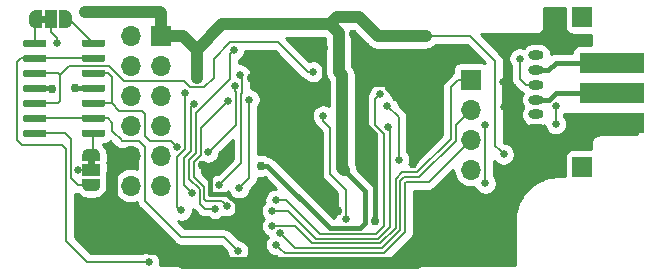
<source format=gbl>
G04 #@! TF.GenerationSoftware,KiCad,Pcbnew,(5.1.4)-1*
G04 #@! TF.CreationDate,2020-02-28T22:33:25+00:00*
G04 #@! TF.ProjectId,analog,616e616c-6f67-42e6-9b69-6361645f7063,rev?*
G04 #@! TF.SameCoordinates,Original*
G04 #@! TF.FileFunction,Copper,L2,Bot*
G04 #@! TF.FilePolarity,Positive*
%FSLAX46Y46*%
G04 Gerber Fmt 4.6, Leading zero omitted, Abs format (unit mm)*
G04 Created by KiCad (PCBNEW (5.1.4)-1) date 2020-02-28 22:33:25*
%MOMM*%
%LPD*%
G04 APERTURE LIST*
%ADD10C,0.100000*%
%ADD11O,1.700000X1.700000*%
%ADD12R,1.700000X1.700000*%
%ADD13C,0.600000*%
%ADD14C,0.500000*%
%ADD15R,1.000000X1.500000*%
%ADD16R,1.500000X1.000000*%
%ADD17C,0.800000*%
%ADD18O,1.300000X0.800000*%
%ADD19R,5.500000X1.750000*%
%ADD20C,0.762000*%
%ADD21C,0.660400*%
%ADD22C,0.761000*%
%ADD23C,0.381000*%
%ADD24C,1.016000*%
%ADD25C,0.762000*%
%ADD26C,0.203200*%
%ADD27C,0.254000*%
G04 APERTURE END LIST*
D10*
G36*
X30132000Y-33284440D02*
G01*
X30632000Y-33284440D01*
X30632000Y-32684440D01*
X30132000Y-32684440D01*
X30132000Y-33284440D01*
G37*
G36*
X34176240Y-44865720D02*
G01*
X34176240Y-45365720D01*
X34776240Y-45365720D01*
X34776240Y-44865720D01*
X34176240Y-44865720D01*
G37*
D11*
X66617400Y-45730160D03*
X66617400Y-43190160D03*
X66617400Y-40650160D03*
D12*
X66617400Y-38110160D03*
X76040800Y-45500960D03*
D10*
G36*
X35505983Y-34734942D02*
G01*
X35520544Y-34737102D01*
X35534823Y-34740679D01*
X35548683Y-34745638D01*
X35561990Y-34751932D01*
X35574616Y-34759500D01*
X35586439Y-34768268D01*
X35597346Y-34778154D01*
X35607232Y-34789061D01*
X35616000Y-34800884D01*
X35623568Y-34813510D01*
X35629862Y-34826817D01*
X35634821Y-34840677D01*
X35638398Y-34854956D01*
X35640558Y-34869517D01*
X35641280Y-34884220D01*
X35641280Y-35184220D01*
X35640558Y-35198923D01*
X35638398Y-35213484D01*
X35634821Y-35227763D01*
X35629862Y-35241623D01*
X35623568Y-35254930D01*
X35616000Y-35267556D01*
X35607232Y-35279379D01*
X35597346Y-35290286D01*
X35586439Y-35300172D01*
X35574616Y-35308940D01*
X35561990Y-35316508D01*
X35548683Y-35322802D01*
X35534823Y-35327761D01*
X35520544Y-35331338D01*
X35505983Y-35333498D01*
X35491280Y-35334220D01*
X33841280Y-35334220D01*
X33826577Y-35333498D01*
X33812016Y-35331338D01*
X33797737Y-35327761D01*
X33783877Y-35322802D01*
X33770570Y-35316508D01*
X33757944Y-35308940D01*
X33746121Y-35300172D01*
X33735214Y-35290286D01*
X33725328Y-35279379D01*
X33716560Y-35267556D01*
X33708992Y-35254930D01*
X33702698Y-35241623D01*
X33697739Y-35227763D01*
X33694162Y-35213484D01*
X33692002Y-35198923D01*
X33691280Y-35184220D01*
X33691280Y-34884220D01*
X33692002Y-34869517D01*
X33694162Y-34854956D01*
X33697739Y-34840677D01*
X33702698Y-34826817D01*
X33708992Y-34813510D01*
X33716560Y-34800884D01*
X33725328Y-34789061D01*
X33735214Y-34778154D01*
X33746121Y-34768268D01*
X33757944Y-34759500D01*
X33770570Y-34751932D01*
X33783877Y-34745638D01*
X33797737Y-34740679D01*
X33812016Y-34737102D01*
X33826577Y-34734942D01*
X33841280Y-34734220D01*
X35491280Y-34734220D01*
X35505983Y-34734942D01*
X35505983Y-34734942D01*
G37*
D13*
X34666280Y-35034220D03*
D10*
G36*
X35505983Y-36004942D02*
G01*
X35520544Y-36007102D01*
X35534823Y-36010679D01*
X35548683Y-36015638D01*
X35561990Y-36021932D01*
X35574616Y-36029500D01*
X35586439Y-36038268D01*
X35597346Y-36048154D01*
X35607232Y-36059061D01*
X35616000Y-36070884D01*
X35623568Y-36083510D01*
X35629862Y-36096817D01*
X35634821Y-36110677D01*
X35638398Y-36124956D01*
X35640558Y-36139517D01*
X35641280Y-36154220D01*
X35641280Y-36454220D01*
X35640558Y-36468923D01*
X35638398Y-36483484D01*
X35634821Y-36497763D01*
X35629862Y-36511623D01*
X35623568Y-36524930D01*
X35616000Y-36537556D01*
X35607232Y-36549379D01*
X35597346Y-36560286D01*
X35586439Y-36570172D01*
X35574616Y-36578940D01*
X35561990Y-36586508D01*
X35548683Y-36592802D01*
X35534823Y-36597761D01*
X35520544Y-36601338D01*
X35505983Y-36603498D01*
X35491280Y-36604220D01*
X33841280Y-36604220D01*
X33826577Y-36603498D01*
X33812016Y-36601338D01*
X33797737Y-36597761D01*
X33783877Y-36592802D01*
X33770570Y-36586508D01*
X33757944Y-36578940D01*
X33746121Y-36570172D01*
X33735214Y-36560286D01*
X33725328Y-36549379D01*
X33716560Y-36537556D01*
X33708992Y-36524930D01*
X33702698Y-36511623D01*
X33697739Y-36497763D01*
X33694162Y-36483484D01*
X33692002Y-36468923D01*
X33691280Y-36454220D01*
X33691280Y-36154220D01*
X33692002Y-36139517D01*
X33694162Y-36124956D01*
X33697739Y-36110677D01*
X33702698Y-36096817D01*
X33708992Y-36083510D01*
X33716560Y-36070884D01*
X33725328Y-36059061D01*
X33735214Y-36048154D01*
X33746121Y-36038268D01*
X33757944Y-36029500D01*
X33770570Y-36021932D01*
X33783877Y-36015638D01*
X33797737Y-36010679D01*
X33812016Y-36007102D01*
X33826577Y-36004942D01*
X33841280Y-36004220D01*
X35491280Y-36004220D01*
X35505983Y-36004942D01*
X35505983Y-36004942D01*
G37*
D13*
X34666280Y-36304220D03*
D10*
G36*
X35505983Y-37274942D02*
G01*
X35520544Y-37277102D01*
X35534823Y-37280679D01*
X35548683Y-37285638D01*
X35561990Y-37291932D01*
X35574616Y-37299500D01*
X35586439Y-37308268D01*
X35597346Y-37318154D01*
X35607232Y-37329061D01*
X35616000Y-37340884D01*
X35623568Y-37353510D01*
X35629862Y-37366817D01*
X35634821Y-37380677D01*
X35638398Y-37394956D01*
X35640558Y-37409517D01*
X35641280Y-37424220D01*
X35641280Y-37724220D01*
X35640558Y-37738923D01*
X35638398Y-37753484D01*
X35634821Y-37767763D01*
X35629862Y-37781623D01*
X35623568Y-37794930D01*
X35616000Y-37807556D01*
X35607232Y-37819379D01*
X35597346Y-37830286D01*
X35586439Y-37840172D01*
X35574616Y-37848940D01*
X35561990Y-37856508D01*
X35548683Y-37862802D01*
X35534823Y-37867761D01*
X35520544Y-37871338D01*
X35505983Y-37873498D01*
X35491280Y-37874220D01*
X33841280Y-37874220D01*
X33826577Y-37873498D01*
X33812016Y-37871338D01*
X33797737Y-37867761D01*
X33783877Y-37862802D01*
X33770570Y-37856508D01*
X33757944Y-37848940D01*
X33746121Y-37840172D01*
X33735214Y-37830286D01*
X33725328Y-37819379D01*
X33716560Y-37807556D01*
X33708992Y-37794930D01*
X33702698Y-37781623D01*
X33697739Y-37767763D01*
X33694162Y-37753484D01*
X33692002Y-37738923D01*
X33691280Y-37724220D01*
X33691280Y-37424220D01*
X33692002Y-37409517D01*
X33694162Y-37394956D01*
X33697739Y-37380677D01*
X33702698Y-37366817D01*
X33708992Y-37353510D01*
X33716560Y-37340884D01*
X33725328Y-37329061D01*
X33735214Y-37318154D01*
X33746121Y-37308268D01*
X33757944Y-37299500D01*
X33770570Y-37291932D01*
X33783877Y-37285638D01*
X33797737Y-37280679D01*
X33812016Y-37277102D01*
X33826577Y-37274942D01*
X33841280Y-37274220D01*
X35491280Y-37274220D01*
X35505983Y-37274942D01*
X35505983Y-37274942D01*
G37*
D13*
X34666280Y-37574220D03*
D10*
G36*
X35505983Y-38544942D02*
G01*
X35520544Y-38547102D01*
X35534823Y-38550679D01*
X35548683Y-38555638D01*
X35561990Y-38561932D01*
X35574616Y-38569500D01*
X35586439Y-38578268D01*
X35597346Y-38588154D01*
X35607232Y-38599061D01*
X35616000Y-38610884D01*
X35623568Y-38623510D01*
X35629862Y-38636817D01*
X35634821Y-38650677D01*
X35638398Y-38664956D01*
X35640558Y-38679517D01*
X35641280Y-38694220D01*
X35641280Y-38994220D01*
X35640558Y-39008923D01*
X35638398Y-39023484D01*
X35634821Y-39037763D01*
X35629862Y-39051623D01*
X35623568Y-39064930D01*
X35616000Y-39077556D01*
X35607232Y-39089379D01*
X35597346Y-39100286D01*
X35586439Y-39110172D01*
X35574616Y-39118940D01*
X35561990Y-39126508D01*
X35548683Y-39132802D01*
X35534823Y-39137761D01*
X35520544Y-39141338D01*
X35505983Y-39143498D01*
X35491280Y-39144220D01*
X33841280Y-39144220D01*
X33826577Y-39143498D01*
X33812016Y-39141338D01*
X33797737Y-39137761D01*
X33783877Y-39132802D01*
X33770570Y-39126508D01*
X33757944Y-39118940D01*
X33746121Y-39110172D01*
X33735214Y-39100286D01*
X33725328Y-39089379D01*
X33716560Y-39077556D01*
X33708992Y-39064930D01*
X33702698Y-39051623D01*
X33697739Y-39037763D01*
X33694162Y-39023484D01*
X33692002Y-39008923D01*
X33691280Y-38994220D01*
X33691280Y-38694220D01*
X33692002Y-38679517D01*
X33694162Y-38664956D01*
X33697739Y-38650677D01*
X33702698Y-38636817D01*
X33708992Y-38623510D01*
X33716560Y-38610884D01*
X33725328Y-38599061D01*
X33735214Y-38588154D01*
X33746121Y-38578268D01*
X33757944Y-38569500D01*
X33770570Y-38561932D01*
X33783877Y-38555638D01*
X33797737Y-38550679D01*
X33812016Y-38547102D01*
X33826577Y-38544942D01*
X33841280Y-38544220D01*
X35491280Y-38544220D01*
X35505983Y-38544942D01*
X35505983Y-38544942D01*
G37*
D13*
X34666280Y-38844220D03*
D10*
G36*
X35505983Y-39814942D02*
G01*
X35520544Y-39817102D01*
X35534823Y-39820679D01*
X35548683Y-39825638D01*
X35561990Y-39831932D01*
X35574616Y-39839500D01*
X35586439Y-39848268D01*
X35597346Y-39858154D01*
X35607232Y-39869061D01*
X35616000Y-39880884D01*
X35623568Y-39893510D01*
X35629862Y-39906817D01*
X35634821Y-39920677D01*
X35638398Y-39934956D01*
X35640558Y-39949517D01*
X35641280Y-39964220D01*
X35641280Y-40264220D01*
X35640558Y-40278923D01*
X35638398Y-40293484D01*
X35634821Y-40307763D01*
X35629862Y-40321623D01*
X35623568Y-40334930D01*
X35616000Y-40347556D01*
X35607232Y-40359379D01*
X35597346Y-40370286D01*
X35586439Y-40380172D01*
X35574616Y-40388940D01*
X35561990Y-40396508D01*
X35548683Y-40402802D01*
X35534823Y-40407761D01*
X35520544Y-40411338D01*
X35505983Y-40413498D01*
X35491280Y-40414220D01*
X33841280Y-40414220D01*
X33826577Y-40413498D01*
X33812016Y-40411338D01*
X33797737Y-40407761D01*
X33783877Y-40402802D01*
X33770570Y-40396508D01*
X33757944Y-40388940D01*
X33746121Y-40380172D01*
X33735214Y-40370286D01*
X33725328Y-40359379D01*
X33716560Y-40347556D01*
X33708992Y-40334930D01*
X33702698Y-40321623D01*
X33697739Y-40307763D01*
X33694162Y-40293484D01*
X33692002Y-40278923D01*
X33691280Y-40264220D01*
X33691280Y-39964220D01*
X33692002Y-39949517D01*
X33694162Y-39934956D01*
X33697739Y-39920677D01*
X33702698Y-39906817D01*
X33708992Y-39893510D01*
X33716560Y-39880884D01*
X33725328Y-39869061D01*
X33735214Y-39858154D01*
X33746121Y-39848268D01*
X33757944Y-39839500D01*
X33770570Y-39831932D01*
X33783877Y-39825638D01*
X33797737Y-39820679D01*
X33812016Y-39817102D01*
X33826577Y-39814942D01*
X33841280Y-39814220D01*
X35491280Y-39814220D01*
X35505983Y-39814942D01*
X35505983Y-39814942D01*
G37*
D13*
X34666280Y-40114220D03*
D10*
G36*
X35505983Y-41084942D02*
G01*
X35520544Y-41087102D01*
X35534823Y-41090679D01*
X35548683Y-41095638D01*
X35561990Y-41101932D01*
X35574616Y-41109500D01*
X35586439Y-41118268D01*
X35597346Y-41128154D01*
X35607232Y-41139061D01*
X35616000Y-41150884D01*
X35623568Y-41163510D01*
X35629862Y-41176817D01*
X35634821Y-41190677D01*
X35638398Y-41204956D01*
X35640558Y-41219517D01*
X35641280Y-41234220D01*
X35641280Y-41534220D01*
X35640558Y-41548923D01*
X35638398Y-41563484D01*
X35634821Y-41577763D01*
X35629862Y-41591623D01*
X35623568Y-41604930D01*
X35616000Y-41617556D01*
X35607232Y-41629379D01*
X35597346Y-41640286D01*
X35586439Y-41650172D01*
X35574616Y-41658940D01*
X35561990Y-41666508D01*
X35548683Y-41672802D01*
X35534823Y-41677761D01*
X35520544Y-41681338D01*
X35505983Y-41683498D01*
X35491280Y-41684220D01*
X33841280Y-41684220D01*
X33826577Y-41683498D01*
X33812016Y-41681338D01*
X33797737Y-41677761D01*
X33783877Y-41672802D01*
X33770570Y-41666508D01*
X33757944Y-41658940D01*
X33746121Y-41650172D01*
X33735214Y-41640286D01*
X33725328Y-41629379D01*
X33716560Y-41617556D01*
X33708992Y-41604930D01*
X33702698Y-41591623D01*
X33697739Y-41577763D01*
X33694162Y-41563484D01*
X33692002Y-41548923D01*
X33691280Y-41534220D01*
X33691280Y-41234220D01*
X33692002Y-41219517D01*
X33694162Y-41204956D01*
X33697739Y-41190677D01*
X33702698Y-41176817D01*
X33708992Y-41163510D01*
X33716560Y-41150884D01*
X33725328Y-41139061D01*
X33735214Y-41128154D01*
X33746121Y-41118268D01*
X33757944Y-41109500D01*
X33770570Y-41101932D01*
X33783877Y-41095638D01*
X33797737Y-41090679D01*
X33812016Y-41087102D01*
X33826577Y-41084942D01*
X33841280Y-41084220D01*
X35491280Y-41084220D01*
X35505983Y-41084942D01*
X35505983Y-41084942D01*
G37*
D13*
X34666280Y-41384220D03*
D10*
G36*
X35505983Y-42354942D02*
G01*
X35520544Y-42357102D01*
X35534823Y-42360679D01*
X35548683Y-42365638D01*
X35561990Y-42371932D01*
X35574616Y-42379500D01*
X35586439Y-42388268D01*
X35597346Y-42398154D01*
X35607232Y-42409061D01*
X35616000Y-42420884D01*
X35623568Y-42433510D01*
X35629862Y-42446817D01*
X35634821Y-42460677D01*
X35638398Y-42474956D01*
X35640558Y-42489517D01*
X35641280Y-42504220D01*
X35641280Y-42804220D01*
X35640558Y-42818923D01*
X35638398Y-42833484D01*
X35634821Y-42847763D01*
X35629862Y-42861623D01*
X35623568Y-42874930D01*
X35616000Y-42887556D01*
X35607232Y-42899379D01*
X35597346Y-42910286D01*
X35586439Y-42920172D01*
X35574616Y-42928940D01*
X35561990Y-42936508D01*
X35548683Y-42942802D01*
X35534823Y-42947761D01*
X35520544Y-42951338D01*
X35505983Y-42953498D01*
X35491280Y-42954220D01*
X33841280Y-42954220D01*
X33826577Y-42953498D01*
X33812016Y-42951338D01*
X33797737Y-42947761D01*
X33783877Y-42942802D01*
X33770570Y-42936508D01*
X33757944Y-42928940D01*
X33746121Y-42920172D01*
X33735214Y-42910286D01*
X33725328Y-42899379D01*
X33716560Y-42887556D01*
X33708992Y-42874930D01*
X33702698Y-42861623D01*
X33697739Y-42847763D01*
X33694162Y-42833484D01*
X33692002Y-42818923D01*
X33691280Y-42804220D01*
X33691280Y-42504220D01*
X33692002Y-42489517D01*
X33694162Y-42474956D01*
X33697739Y-42460677D01*
X33702698Y-42446817D01*
X33708992Y-42433510D01*
X33716560Y-42420884D01*
X33725328Y-42409061D01*
X33735214Y-42398154D01*
X33746121Y-42388268D01*
X33757944Y-42379500D01*
X33770570Y-42371932D01*
X33783877Y-42365638D01*
X33797737Y-42360679D01*
X33812016Y-42357102D01*
X33826577Y-42354942D01*
X33841280Y-42354220D01*
X35491280Y-42354220D01*
X35505983Y-42354942D01*
X35505983Y-42354942D01*
G37*
D13*
X34666280Y-42654220D03*
D10*
G36*
X30555983Y-42354942D02*
G01*
X30570544Y-42357102D01*
X30584823Y-42360679D01*
X30598683Y-42365638D01*
X30611990Y-42371932D01*
X30624616Y-42379500D01*
X30636439Y-42388268D01*
X30647346Y-42398154D01*
X30657232Y-42409061D01*
X30666000Y-42420884D01*
X30673568Y-42433510D01*
X30679862Y-42446817D01*
X30684821Y-42460677D01*
X30688398Y-42474956D01*
X30690558Y-42489517D01*
X30691280Y-42504220D01*
X30691280Y-42804220D01*
X30690558Y-42818923D01*
X30688398Y-42833484D01*
X30684821Y-42847763D01*
X30679862Y-42861623D01*
X30673568Y-42874930D01*
X30666000Y-42887556D01*
X30657232Y-42899379D01*
X30647346Y-42910286D01*
X30636439Y-42920172D01*
X30624616Y-42928940D01*
X30611990Y-42936508D01*
X30598683Y-42942802D01*
X30584823Y-42947761D01*
X30570544Y-42951338D01*
X30555983Y-42953498D01*
X30541280Y-42954220D01*
X28891280Y-42954220D01*
X28876577Y-42953498D01*
X28862016Y-42951338D01*
X28847737Y-42947761D01*
X28833877Y-42942802D01*
X28820570Y-42936508D01*
X28807944Y-42928940D01*
X28796121Y-42920172D01*
X28785214Y-42910286D01*
X28775328Y-42899379D01*
X28766560Y-42887556D01*
X28758992Y-42874930D01*
X28752698Y-42861623D01*
X28747739Y-42847763D01*
X28744162Y-42833484D01*
X28742002Y-42818923D01*
X28741280Y-42804220D01*
X28741280Y-42504220D01*
X28742002Y-42489517D01*
X28744162Y-42474956D01*
X28747739Y-42460677D01*
X28752698Y-42446817D01*
X28758992Y-42433510D01*
X28766560Y-42420884D01*
X28775328Y-42409061D01*
X28785214Y-42398154D01*
X28796121Y-42388268D01*
X28807944Y-42379500D01*
X28820570Y-42371932D01*
X28833877Y-42365638D01*
X28847737Y-42360679D01*
X28862016Y-42357102D01*
X28876577Y-42354942D01*
X28891280Y-42354220D01*
X30541280Y-42354220D01*
X30555983Y-42354942D01*
X30555983Y-42354942D01*
G37*
D13*
X29716280Y-42654220D03*
D10*
G36*
X30555983Y-41084942D02*
G01*
X30570544Y-41087102D01*
X30584823Y-41090679D01*
X30598683Y-41095638D01*
X30611990Y-41101932D01*
X30624616Y-41109500D01*
X30636439Y-41118268D01*
X30647346Y-41128154D01*
X30657232Y-41139061D01*
X30666000Y-41150884D01*
X30673568Y-41163510D01*
X30679862Y-41176817D01*
X30684821Y-41190677D01*
X30688398Y-41204956D01*
X30690558Y-41219517D01*
X30691280Y-41234220D01*
X30691280Y-41534220D01*
X30690558Y-41548923D01*
X30688398Y-41563484D01*
X30684821Y-41577763D01*
X30679862Y-41591623D01*
X30673568Y-41604930D01*
X30666000Y-41617556D01*
X30657232Y-41629379D01*
X30647346Y-41640286D01*
X30636439Y-41650172D01*
X30624616Y-41658940D01*
X30611990Y-41666508D01*
X30598683Y-41672802D01*
X30584823Y-41677761D01*
X30570544Y-41681338D01*
X30555983Y-41683498D01*
X30541280Y-41684220D01*
X28891280Y-41684220D01*
X28876577Y-41683498D01*
X28862016Y-41681338D01*
X28847737Y-41677761D01*
X28833877Y-41672802D01*
X28820570Y-41666508D01*
X28807944Y-41658940D01*
X28796121Y-41650172D01*
X28785214Y-41640286D01*
X28775328Y-41629379D01*
X28766560Y-41617556D01*
X28758992Y-41604930D01*
X28752698Y-41591623D01*
X28747739Y-41577763D01*
X28744162Y-41563484D01*
X28742002Y-41548923D01*
X28741280Y-41534220D01*
X28741280Y-41234220D01*
X28742002Y-41219517D01*
X28744162Y-41204956D01*
X28747739Y-41190677D01*
X28752698Y-41176817D01*
X28758992Y-41163510D01*
X28766560Y-41150884D01*
X28775328Y-41139061D01*
X28785214Y-41128154D01*
X28796121Y-41118268D01*
X28807944Y-41109500D01*
X28820570Y-41101932D01*
X28833877Y-41095638D01*
X28847737Y-41090679D01*
X28862016Y-41087102D01*
X28876577Y-41084942D01*
X28891280Y-41084220D01*
X30541280Y-41084220D01*
X30555983Y-41084942D01*
X30555983Y-41084942D01*
G37*
D13*
X29716280Y-41384220D03*
D10*
G36*
X30555983Y-39814942D02*
G01*
X30570544Y-39817102D01*
X30584823Y-39820679D01*
X30598683Y-39825638D01*
X30611990Y-39831932D01*
X30624616Y-39839500D01*
X30636439Y-39848268D01*
X30647346Y-39858154D01*
X30657232Y-39869061D01*
X30666000Y-39880884D01*
X30673568Y-39893510D01*
X30679862Y-39906817D01*
X30684821Y-39920677D01*
X30688398Y-39934956D01*
X30690558Y-39949517D01*
X30691280Y-39964220D01*
X30691280Y-40264220D01*
X30690558Y-40278923D01*
X30688398Y-40293484D01*
X30684821Y-40307763D01*
X30679862Y-40321623D01*
X30673568Y-40334930D01*
X30666000Y-40347556D01*
X30657232Y-40359379D01*
X30647346Y-40370286D01*
X30636439Y-40380172D01*
X30624616Y-40388940D01*
X30611990Y-40396508D01*
X30598683Y-40402802D01*
X30584823Y-40407761D01*
X30570544Y-40411338D01*
X30555983Y-40413498D01*
X30541280Y-40414220D01*
X28891280Y-40414220D01*
X28876577Y-40413498D01*
X28862016Y-40411338D01*
X28847737Y-40407761D01*
X28833877Y-40402802D01*
X28820570Y-40396508D01*
X28807944Y-40388940D01*
X28796121Y-40380172D01*
X28785214Y-40370286D01*
X28775328Y-40359379D01*
X28766560Y-40347556D01*
X28758992Y-40334930D01*
X28752698Y-40321623D01*
X28747739Y-40307763D01*
X28744162Y-40293484D01*
X28742002Y-40278923D01*
X28741280Y-40264220D01*
X28741280Y-39964220D01*
X28742002Y-39949517D01*
X28744162Y-39934956D01*
X28747739Y-39920677D01*
X28752698Y-39906817D01*
X28758992Y-39893510D01*
X28766560Y-39880884D01*
X28775328Y-39869061D01*
X28785214Y-39858154D01*
X28796121Y-39848268D01*
X28807944Y-39839500D01*
X28820570Y-39831932D01*
X28833877Y-39825638D01*
X28847737Y-39820679D01*
X28862016Y-39817102D01*
X28876577Y-39814942D01*
X28891280Y-39814220D01*
X30541280Y-39814220D01*
X30555983Y-39814942D01*
X30555983Y-39814942D01*
G37*
D13*
X29716280Y-40114220D03*
D10*
G36*
X30555983Y-38544942D02*
G01*
X30570544Y-38547102D01*
X30584823Y-38550679D01*
X30598683Y-38555638D01*
X30611990Y-38561932D01*
X30624616Y-38569500D01*
X30636439Y-38578268D01*
X30647346Y-38588154D01*
X30657232Y-38599061D01*
X30666000Y-38610884D01*
X30673568Y-38623510D01*
X30679862Y-38636817D01*
X30684821Y-38650677D01*
X30688398Y-38664956D01*
X30690558Y-38679517D01*
X30691280Y-38694220D01*
X30691280Y-38994220D01*
X30690558Y-39008923D01*
X30688398Y-39023484D01*
X30684821Y-39037763D01*
X30679862Y-39051623D01*
X30673568Y-39064930D01*
X30666000Y-39077556D01*
X30657232Y-39089379D01*
X30647346Y-39100286D01*
X30636439Y-39110172D01*
X30624616Y-39118940D01*
X30611990Y-39126508D01*
X30598683Y-39132802D01*
X30584823Y-39137761D01*
X30570544Y-39141338D01*
X30555983Y-39143498D01*
X30541280Y-39144220D01*
X28891280Y-39144220D01*
X28876577Y-39143498D01*
X28862016Y-39141338D01*
X28847737Y-39137761D01*
X28833877Y-39132802D01*
X28820570Y-39126508D01*
X28807944Y-39118940D01*
X28796121Y-39110172D01*
X28785214Y-39100286D01*
X28775328Y-39089379D01*
X28766560Y-39077556D01*
X28758992Y-39064930D01*
X28752698Y-39051623D01*
X28747739Y-39037763D01*
X28744162Y-39023484D01*
X28742002Y-39008923D01*
X28741280Y-38994220D01*
X28741280Y-38694220D01*
X28742002Y-38679517D01*
X28744162Y-38664956D01*
X28747739Y-38650677D01*
X28752698Y-38636817D01*
X28758992Y-38623510D01*
X28766560Y-38610884D01*
X28775328Y-38599061D01*
X28785214Y-38588154D01*
X28796121Y-38578268D01*
X28807944Y-38569500D01*
X28820570Y-38561932D01*
X28833877Y-38555638D01*
X28847737Y-38550679D01*
X28862016Y-38547102D01*
X28876577Y-38544942D01*
X28891280Y-38544220D01*
X30541280Y-38544220D01*
X30555983Y-38544942D01*
X30555983Y-38544942D01*
G37*
D13*
X29716280Y-38844220D03*
D10*
G36*
X30555983Y-37274942D02*
G01*
X30570544Y-37277102D01*
X30584823Y-37280679D01*
X30598683Y-37285638D01*
X30611990Y-37291932D01*
X30624616Y-37299500D01*
X30636439Y-37308268D01*
X30647346Y-37318154D01*
X30657232Y-37329061D01*
X30666000Y-37340884D01*
X30673568Y-37353510D01*
X30679862Y-37366817D01*
X30684821Y-37380677D01*
X30688398Y-37394956D01*
X30690558Y-37409517D01*
X30691280Y-37424220D01*
X30691280Y-37724220D01*
X30690558Y-37738923D01*
X30688398Y-37753484D01*
X30684821Y-37767763D01*
X30679862Y-37781623D01*
X30673568Y-37794930D01*
X30666000Y-37807556D01*
X30657232Y-37819379D01*
X30647346Y-37830286D01*
X30636439Y-37840172D01*
X30624616Y-37848940D01*
X30611990Y-37856508D01*
X30598683Y-37862802D01*
X30584823Y-37867761D01*
X30570544Y-37871338D01*
X30555983Y-37873498D01*
X30541280Y-37874220D01*
X28891280Y-37874220D01*
X28876577Y-37873498D01*
X28862016Y-37871338D01*
X28847737Y-37867761D01*
X28833877Y-37862802D01*
X28820570Y-37856508D01*
X28807944Y-37848940D01*
X28796121Y-37840172D01*
X28785214Y-37830286D01*
X28775328Y-37819379D01*
X28766560Y-37807556D01*
X28758992Y-37794930D01*
X28752698Y-37781623D01*
X28747739Y-37767763D01*
X28744162Y-37753484D01*
X28742002Y-37738923D01*
X28741280Y-37724220D01*
X28741280Y-37424220D01*
X28742002Y-37409517D01*
X28744162Y-37394956D01*
X28747739Y-37380677D01*
X28752698Y-37366817D01*
X28758992Y-37353510D01*
X28766560Y-37340884D01*
X28775328Y-37329061D01*
X28785214Y-37318154D01*
X28796121Y-37308268D01*
X28807944Y-37299500D01*
X28820570Y-37291932D01*
X28833877Y-37285638D01*
X28847737Y-37280679D01*
X28862016Y-37277102D01*
X28876577Y-37274942D01*
X28891280Y-37274220D01*
X30541280Y-37274220D01*
X30555983Y-37274942D01*
X30555983Y-37274942D01*
G37*
D13*
X29716280Y-37574220D03*
D10*
G36*
X30555983Y-36004942D02*
G01*
X30570544Y-36007102D01*
X30584823Y-36010679D01*
X30598683Y-36015638D01*
X30611990Y-36021932D01*
X30624616Y-36029500D01*
X30636439Y-36038268D01*
X30647346Y-36048154D01*
X30657232Y-36059061D01*
X30666000Y-36070884D01*
X30673568Y-36083510D01*
X30679862Y-36096817D01*
X30684821Y-36110677D01*
X30688398Y-36124956D01*
X30690558Y-36139517D01*
X30691280Y-36154220D01*
X30691280Y-36454220D01*
X30690558Y-36468923D01*
X30688398Y-36483484D01*
X30684821Y-36497763D01*
X30679862Y-36511623D01*
X30673568Y-36524930D01*
X30666000Y-36537556D01*
X30657232Y-36549379D01*
X30647346Y-36560286D01*
X30636439Y-36570172D01*
X30624616Y-36578940D01*
X30611990Y-36586508D01*
X30598683Y-36592802D01*
X30584823Y-36597761D01*
X30570544Y-36601338D01*
X30555983Y-36603498D01*
X30541280Y-36604220D01*
X28891280Y-36604220D01*
X28876577Y-36603498D01*
X28862016Y-36601338D01*
X28847737Y-36597761D01*
X28833877Y-36592802D01*
X28820570Y-36586508D01*
X28807944Y-36578940D01*
X28796121Y-36570172D01*
X28785214Y-36560286D01*
X28775328Y-36549379D01*
X28766560Y-36537556D01*
X28758992Y-36524930D01*
X28752698Y-36511623D01*
X28747739Y-36497763D01*
X28744162Y-36483484D01*
X28742002Y-36468923D01*
X28741280Y-36454220D01*
X28741280Y-36154220D01*
X28742002Y-36139517D01*
X28744162Y-36124956D01*
X28747739Y-36110677D01*
X28752698Y-36096817D01*
X28758992Y-36083510D01*
X28766560Y-36070884D01*
X28775328Y-36059061D01*
X28785214Y-36048154D01*
X28796121Y-36038268D01*
X28807944Y-36029500D01*
X28820570Y-36021932D01*
X28833877Y-36015638D01*
X28847737Y-36010679D01*
X28862016Y-36007102D01*
X28876577Y-36004942D01*
X28891280Y-36004220D01*
X30541280Y-36004220D01*
X30555983Y-36004942D01*
X30555983Y-36004942D01*
G37*
D13*
X29716280Y-36304220D03*
D10*
G36*
X30555983Y-34734942D02*
G01*
X30570544Y-34737102D01*
X30584823Y-34740679D01*
X30598683Y-34745638D01*
X30611990Y-34751932D01*
X30624616Y-34759500D01*
X30636439Y-34768268D01*
X30647346Y-34778154D01*
X30657232Y-34789061D01*
X30666000Y-34800884D01*
X30673568Y-34813510D01*
X30679862Y-34826817D01*
X30684821Y-34840677D01*
X30688398Y-34854956D01*
X30690558Y-34869517D01*
X30691280Y-34884220D01*
X30691280Y-35184220D01*
X30690558Y-35198923D01*
X30688398Y-35213484D01*
X30684821Y-35227763D01*
X30679862Y-35241623D01*
X30673568Y-35254930D01*
X30666000Y-35267556D01*
X30657232Y-35279379D01*
X30647346Y-35290286D01*
X30636439Y-35300172D01*
X30624616Y-35308940D01*
X30611990Y-35316508D01*
X30598683Y-35322802D01*
X30584823Y-35327761D01*
X30570544Y-35331338D01*
X30555983Y-35333498D01*
X30541280Y-35334220D01*
X28891280Y-35334220D01*
X28876577Y-35333498D01*
X28862016Y-35331338D01*
X28847737Y-35327761D01*
X28833877Y-35322802D01*
X28820570Y-35316508D01*
X28807944Y-35308940D01*
X28796121Y-35300172D01*
X28785214Y-35290286D01*
X28775328Y-35279379D01*
X28766560Y-35267556D01*
X28758992Y-35254930D01*
X28752698Y-35241623D01*
X28747739Y-35227763D01*
X28744162Y-35213484D01*
X28742002Y-35198923D01*
X28741280Y-35184220D01*
X28741280Y-34884220D01*
X28742002Y-34869517D01*
X28744162Y-34854956D01*
X28747739Y-34840677D01*
X28752698Y-34826817D01*
X28758992Y-34813510D01*
X28766560Y-34800884D01*
X28775328Y-34789061D01*
X28785214Y-34778154D01*
X28796121Y-34768268D01*
X28807944Y-34759500D01*
X28820570Y-34751932D01*
X28833877Y-34745638D01*
X28847737Y-34740679D01*
X28862016Y-34737102D01*
X28876577Y-34734942D01*
X28891280Y-34734220D01*
X30541280Y-34734220D01*
X30555983Y-34734942D01*
X30555983Y-34734942D01*
G37*
D13*
X29716280Y-35034220D03*
D12*
X40353800Y-34376360D03*
D11*
X37813800Y-34376360D03*
X40353800Y-36916360D03*
X37813800Y-36916360D03*
X40353800Y-39456360D03*
X37813800Y-39456360D03*
X40353800Y-41996360D03*
X37813800Y-41996360D03*
X40353800Y-44536360D03*
X37813800Y-44536360D03*
X40353800Y-47076360D03*
X37813800Y-47076360D03*
D14*
X29732000Y-32984440D03*
D10*
G36*
X30282000Y-33734440D02*
G01*
X29732000Y-33734440D01*
X29732000Y-33733838D01*
X29707466Y-33733838D01*
X29658635Y-33729028D01*
X29610510Y-33719456D01*
X29563555Y-33705212D01*
X29518222Y-33686435D01*
X29474949Y-33663304D01*
X29434150Y-33636044D01*
X29396221Y-33604916D01*
X29361524Y-33570219D01*
X29330396Y-33532290D01*
X29303136Y-33491491D01*
X29280005Y-33448218D01*
X29261228Y-33402885D01*
X29246984Y-33355930D01*
X29237412Y-33307805D01*
X29232602Y-33258974D01*
X29232602Y-33234440D01*
X29232000Y-33234440D01*
X29232000Y-32734440D01*
X29232602Y-32734440D01*
X29232602Y-32709906D01*
X29237412Y-32661075D01*
X29246984Y-32612950D01*
X29261228Y-32565995D01*
X29280005Y-32520662D01*
X29303136Y-32477389D01*
X29330396Y-32436590D01*
X29361524Y-32398661D01*
X29396221Y-32363964D01*
X29434150Y-32332836D01*
X29474949Y-32305576D01*
X29518222Y-32282445D01*
X29563555Y-32263668D01*
X29610510Y-32249424D01*
X29658635Y-32239852D01*
X29707466Y-32235042D01*
X29732000Y-32235042D01*
X29732000Y-32234440D01*
X30282000Y-32234440D01*
X30282000Y-33734440D01*
X30282000Y-33734440D01*
G37*
D15*
X31032000Y-32984440D03*
D14*
X32332000Y-32984440D03*
D10*
G36*
X32332000Y-32235042D02*
G01*
X32356534Y-32235042D01*
X32405365Y-32239852D01*
X32453490Y-32249424D01*
X32500445Y-32263668D01*
X32545778Y-32282445D01*
X32589051Y-32305576D01*
X32629850Y-32332836D01*
X32667779Y-32363964D01*
X32702476Y-32398661D01*
X32733604Y-32436590D01*
X32760864Y-32477389D01*
X32783995Y-32520662D01*
X32802772Y-32565995D01*
X32817016Y-32612950D01*
X32826588Y-32661075D01*
X32831398Y-32709906D01*
X32831398Y-32734440D01*
X32832000Y-32734440D01*
X32832000Y-33234440D01*
X32831398Y-33234440D01*
X32831398Y-33258974D01*
X32826588Y-33307805D01*
X32817016Y-33355930D01*
X32802772Y-33402885D01*
X32783995Y-33448218D01*
X32760864Y-33491491D01*
X32733604Y-33532290D01*
X32702476Y-33570219D01*
X32667779Y-33604916D01*
X32629850Y-33636044D01*
X32589051Y-33663304D01*
X32545778Y-33686435D01*
X32500445Y-33705212D01*
X32453490Y-33719456D01*
X32405365Y-33729028D01*
X32356534Y-33733838D01*
X32332000Y-33733838D01*
X32332000Y-33734440D01*
X31782000Y-33734440D01*
X31782000Y-32234440D01*
X32332000Y-32234440D01*
X32332000Y-32235042D01*
X32332000Y-32235042D01*
G37*
D14*
X34476240Y-47065720D03*
D10*
G36*
X35225638Y-47065720D02*
G01*
X35225638Y-47090254D01*
X35220828Y-47139085D01*
X35211256Y-47187210D01*
X35197012Y-47234165D01*
X35178235Y-47279498D01*
X35155104Y-47322771D01*
X35127844Y-47363570D01*
X35096716Y-47401499D01*
X35062019Y-47436196D01*
X35024090Y-47467324D01*
X34983291Y-47494584D01*
X34940018Y-47517715D01*
X34894685Y-47536492D01*
X34847730Y-47550736D01*
X34799605Y-47560308D01*
X34750774Y-47565118D01*
X34726240Y-47565118D01*
X34726240Y-47565720D01*
X34226240Y-47565720D01*
X34226240Y-47565118D01*
X34201706Y-47565118D01*
X34152875Y-47560308D01*
X34104750Y-47550736D01*
X34057795Y-47536492D01*
X34012462Y-47517715D01*
X33969189Y-47494584D01*
X33928390Y-47467324D01*
X33890461Y-47436196D01*
X33855764Y-47401499D01*
X33824636Y-47363570D01*
X33797376Y-47322771D01*
X33774245Y-47279498D01*
X33755468Y-47234165D01*
X33741224Y-47187210D01*
X33731652Y-47139085D01*
X33726842Y-47090254D01*
X33726842Y-47065720D01*
X33726240Y-47065720D01*
X33726240Y-46515720D01*
X35226240Y-46515720D01*
X35226240Y-47065720D01*
X35225638Y-47065720D01*
X35225638Y-47065720D01*
G37*
D16*
X34476240Y-45765720D03*
D14*
X34476240Y-44465720D03*
D10*
G36*
X33726240Y-45015720D02*
G01*
X33726240Y-44465720D01*
X33726842Y-44465720D01*
X33726842Y-44441186D01*
X33731652Y-44392355D01*
X33741224Y-44344230D01*
X33755468Y-44297275D01*
X33774245Y-44251942D01*
X33797376Y-44208669D01*
X33824636Y-44167870D01*
X33855764Y-44129941D01*
X33890461Y-44095244D01*
X33928390Y-44064116D01*
X33969189Y-44036856D01*
X34012462Y-44013725D01*
X34057795Y-43994948D01*
X34104750Y-43980704D01*
X34152875Y-43971132D01*
X34201706Y-43966322D01*
X34226240Y-43966322D01*
X34226240Y-43965720D01*
X34726240Y-43965720D01*
X34726240Y-43966322D01*
X34750774Y-43966322D01*
X34799605Y-43971132D01*
X34847730Y-43980704D01*
X34894685Y-43994948D01*
X34940018Y-44013725D01*
X34983291Y-44036856D01*
X35024090Y-44064116D01*
X35062019Y-44095244D01*
X35096716Y-44129941D01*
X35127844Y-44167870D01*
X35155104Y-44208669D01*
X35178235Y-44251942D01*
X35197012Y-44297275D01*
X35211256Y-44344230D01*
X35220828Y-44392355D01*
X35225638Y-44441186D01*
X35225638Y-44465720D01*
X35226240Y-44465720D01*
X35226240Y-45015720D01*
X33726240Y-45015720D01*
X33726240Y-45015720D01*
G37*
D12*
X76040800Y-32801560D03*
D10*
G36*
X72624203Y-41901923D02*
G01*
X72643618Y-41904803D01*
X72662657Y-41909572D01*
X72681137Y-41916184D01*
X72698879Y-41924576D01*
X72715714Y-41934666D01*
X72731479Y-41946358D01*
X72746021Y-41959539D01*
X72759202Y-41974081D01*
X72770894Y-41989846D01*
X72780984Y-42006681D01*
X72789376Y-42024423D01*
X72795988Y-42042903D01*
X72800757Y-42061942D01*
X72803637Y-42081357D01*
X72804600Y-42100960D01*
X72804600Y-42500960D01*
X72803637Y-42520563D01*
X72800757Y-42539978D01*
X72795988Y-42559017D01*
X72789376Y-42577497D01*
X72780984Y-42595239D01*
X72770894Y-42612074D01*
X72759202Y-42627839D01*
X72746021Y-42642381D01*
X72731479Y-42655562D01*
X72715714Y-42667254D01*
X72698879Y-42677344D01*
X72681137Y-42685736D01*
X72662657Y-42692348D01*
X72643618Y-42697117D01*
X72624203Y-42699997D01*
X72604600Y-42700960D01*
X71704600Y-42700960D01*
X71684997Y-42699997D01*
X71665582Y-42697117D01*
X71646543Y-42692348D01*
X71628063Y-42685736D01*
X71610321Y-42677344D01*
X71593486Y-42667254D01*
X71577721Y-42655562D01*
X71563179Y-42642381D01*
X71549998Y-42627839D01*
X71538306Y-42612074D01*
X71528216Y-42595239D01*
X71519824Y-42577497D01*
X71513212Y-42559017D01*
X71508443Y-42539978D01*
X71505563Y-42520563D01*
X71504600Y-42500960D01*
X71504600Y-42100960D01*
X71505563Y-42081357D01*
X71508443Y-42061942D01*
X71513212Y-42042903D01*
X71519824Y-42024423D01*
X71528216Y-42006681D01*
X71538306Y-41989846D01*
X71549998Y-41974081D01*
X71563179Y-41959539D01*
X71577721Y-41946358D01*
X71593486Y-41934666D01*
X71610321Y-41924576D01*
X71628063Y-41916184D01*
X71646543Y-41909572D01*
X71665582Y-41904803D01*
X71684997Y-41901923D01*
X71704600Y-41900960D01*
X72604600Y-41900960D01*
X72624203Y-41901923D01*
X72624203Y-41901923D01*
G37*
D17*
X72154600Y-42300960D03*
D18*
X72154600Y-41050960D03*
X72154600Y-39800960D03*
X72154600Y-38550960D03*
X72154600Y-37300960D03*
X72154600Y-36050960D03*
D19*
X78602000Y-41740960D03*
X78602000Y-39200960D03*
X78602000Y-36660960D03*
D20*
X54180400Y-35408758D03*
X45103600Y-50403760D03*
X58540200Y-50096420D03*
X56626462Y-34209840D03*
X48016990Y-37938823D03*
X58514800Y-53670254D03*
X51910800Y-43850560D03*
X39354200Y-52546360D03*
X55350532Y-49273471D03*
X60269937Y-39578284D03*
D21*
X63810700Y-42076260D03*
D20*
X64012400Y-51684960D03*
D21*
X69386000Y-40387160D03*
X69373300Y-38347760D03*
X63823400Y-37876260D03*
D20*
X31120900Y-38864540D03*
X34331458Y-49131220D03*
X43831060Y-45374560D03*
X62286700Y-48036480D03*
X61754774Y-45272973D03*
D21*
X59530809Y-40319969D03*
X41772377Y-43795964D03*
X60518860Y-44879270D03*
X47040402Y-37709336D03*
X45281433Y-47037002D03*
X70757600Y-36332160D03*
X73802000Y-40300960D03*
X73802000Y-41869360D03*
X53272240Y-37449760D03*
X67849300Y-41920160D03*
X67854380Y-46898560D03*
X46019561Y-39883148D03*
X45942342Y-48803018D03*
X50158200Y-52092860D03*
X49818223Y-50498525D03*
D20*
X55720800Y-39634160D03*
X33978400Y-32420560D03*
X52114000Y-33436560D03*
X43427216Y-37932360D03*
X60447740Y-34432240D03*
X61623760Y-34432240D03*
D22*
X62799780Y-34432240D03*
D20*
X48865340Y-45417740D03*
X55873200Y-45730160D03*
X35959612Y-32420560D03*
X34943602Y-32420560D03*
X33132580Y-38823900D03*
D21*
X69386001Y-44425760D03*
X50496184Y-51133535D03*
X46907000Y-52600860D03*
X46627600Y-38618160D03*
X44367043Y-44277280D03*
X46561560Y-35590480D03*
X44951200Y-49032156D03*
X49787933Y-49222665D03*
X59607004Y-42123360D03*
X50100738Y-48301598D03*
X58895801Y-39367460D03*
X42449300Y-39263320D03*
X42106400Y-49184560D03*
X43147810Y-40172873D03*
X43020800Y-47711360D03*
X39363200Y-53553360D03*
X54116070Y-41168937D03*
X56036342Y-49946495D03*
X47862038Y-39806880D03*
X47026380Y-47289720D03*
X31557780Y-35044380D03*
X33378960Y-45742860D03*
D23*
X61893000Y-51673760D02*
X61881800Y-51684960D01*
X37890000Y-44612560D02*
X37813800Y-44536360D01*
X59497780Y-38468300D02*
X59497780Y-37081158D01*
X59497780Y-37081158D02*
X57007461Y-34590839D01*
X57007461Y-34590839D02*
X56626462Y-34209840D01*
X54180400Y-35408758D02*
X54180400Y-38761560D01*
X54180400Y-38761560D02*
X53094440Y-39847520D01*
X45103600Y-50403760D02*
X46784574Y-50403760D01*
X50134183Y-37938823D02*
X48016990Y-37938823D01*
X51910800Y-43850560D02*
X51910800Y-39715440D01*
X51910800Y-39715440D02*
X50134183Y-37938823D01*
X52042880Y-39847520D02*
X51910800Y-39715440D01*
X53094440Y-39847520D02*
X52042880Y-39847520D01*
D24*
X37813800Y-44536360D02*
X37813800Y-44536362D01*
D23*
X48644306Y-52263492D02*
X48644306Y-53657554D01*
X46784574Y-50403760D02*
X48644306Y-52263492D01*
X51910800Y-45833739D02*
X54969533Y-48892472D01*
X54969533Y-48892472D02*
X55350532Y-49273471D01*
X51910800Y-43850560D02*
X51910800Y-45833739D01*
X59497780Y-38468300D02*
X58164786Y-38468300D01*
X57689299Y-38943787D02*
X57689299Y-41845942D01*
X58540200Y-49557605D02*
X58540200Y-50096420D01*
X58164786Y-38468300D02*
X57689299Y-38943787D01*
X57689299Y-41845942D02*
X58540200Y-42696843D01*
X58540200Y-42696843D02*
X58540200Y-49557605D01*
X60269937Y-39578284D02*
X61754774Y-41063121D01*
X63792826Y-42058386D02*
X63810700Y-42076260D01*
X61754774Y-42058386D02*
X63792826Y-42058386D01*
X61754774Y-41063121D02*
X61754774Y-42058386D01*
X64184000Y-51684960D02*
X64012400Y-51684960D01*
X63473585Y-51684960D02*
X64012400Y-51684960D01*
X61904200Y-51684960D02*
X63473585Y-51684960D01*
X61893000Y-51673760D02*
X61904200Y-51684960D01*
X69386000Y-40387160D02*
X69386000Y-38360460D01*
X69386000Y-38360460D02*
X69373300Y-38347760D01*
X61971961Y-37876260D02*
X60269937Y-39578284D01*
X63823400Y-37876260D02*
X61971961Y-37876260D01*
X59497780Y-38806127D02*
X60269937Y-39578284D01*
X59497780Y-38468300D02*
X59497780Y-38806127D01*
X31100580Y-38844220D02*
X31120900Y-38864540D01*
X29716280Y-38844220D02*
X31100580Y-38844220D01*
X39354200Y-52546360D02*
X35939060Y-49131220D01*
X35939060Y-49131220D02*
X34583255Y-49131220D01*
D24*
X37813800Y-44536360D02*
X36213600Y-46136560D01*
X36213600Y-46136560D02*
X36213600Y-48856680D01*
X35939060Y-49131220D02*
X34331458Y-49131220D01*
X36213600Y-48856680D02*
X35939060Y-49131220D01*
D23*
X44557523Y-47773289D02*
X44557523Y-46101023D01*
X45983986Y-47773289D02*
X44557523Y-47773289D01*
X46784574Y-48573877D02*
X45983986Y-47773289D01*
X46784574Y-50403760D02*
X46784574Y-48573877D01*
X44557523Y-46101023D02*
X43831060Y-45374560D01*
X61905701Y-48417479D02*
X62286700Y-48036480D01*
X61893000Y-48430180D02*
X61905701Y-48417479D01*
X61893000Y-51673760D02*
X61893000Y-48430180D01*
X61754774Y-44734158D02*
X61754774Y-45272973D01*
X61754774Y-42058386D02*
X61754774Y-44734158D01*
X64012400Y-51684960D02*
X67092150Y-48605210D01*
X67092150Y-48605210D02*
X68187350Y-48605210D01*
X70342200Y-40387160D02*
X69386000Y-40387160D01*
X70757600Y-40802560D02*
X70342200Y-40387160D01*
D25*
X39354200Y-52546360D02*
X41099400Y-52546360D01*
X41099400Y-52546360D02*
X42210594Y-53657554D01*
D24*
X48657006Y-53670254D02*
X58514800Y-53670254D01*
X48644306Y-53657554D02*
X48657006Y-53670254D01*
X62027106Y-53670254D02*
X64012400Y-51684960D01*
X58514800Y-53670254D02*
X62027106Y-53670254D01*
X46985794Y-53657554D02*
X42210594Y-53657554D01*
X48644306Y-53657554D02*
X46985794Y-53657554D01*
D23*
X70757600Y-40802560D02*
X70757600Y-41843960D01*
X71214600Y-42300960D02*
X72154600Y-42300960D01*
X70757600Y-41843960D02*
X71214600Y-42300960D01*
X68187350Y-48605210D02*
X68187350Y-48592510D01*
X68187350Y-48592510D02*
X72154600Y-44625260D01*
X72154600Y-44625260D02*
X72154600Y-43456860D01*
X72154600Y-43456860D02*
X72154600Y-42300960D01*
X76727000Y-41740960D02*
X78602000Y-41740960D01*
X75011100Y-43456860D02*
X76727000Y-41740960D01*
X72154600Y-43456860D02*
X75011100Y-43456860D01*
D26*
X36221220Y-40114220D02*
X34666280Y-40114220D01*
X36221220Y-40114220D02*
X36221220Y-37912040D01*
X35883400Y-37574220D02*
X34666280Y-37574220D01*
X36221220Y-37912040D02*
X35883400Y-37574220D01*
X41258013Y-43281600D02*
X41442178Y-43465765D01*
X41442178Y-43465765D02*
X41772377Y-43795964D01*
X36221220Y-40114220D02*
X36858760Y-40751760D01*
X36858760Y-40751760D02*
X38753600Y-40751760D01*
X38753600Y-40751760D02*
X39058400Y-41056560D01*
X39058400Y-41056560D02*
X39058400Y-42885360D01*
X39454640Y-43281600D02*
X41258013Y-43281600D01*
X39058400Y-42885360D02*
X39454640Y-43281600D01*
X60518860Y-44412297D02*
X60518860Y-44879270D01*
X59530809Y-40319969D02*
X60518860Y-41308020D01*
X60518860Y-41308020D02*
X60518860Y-44412297D01*
D23*
X73185600Y-37300960D02*
X72154600Y-37300960D01*
X73825600Y-36660960D02*
X78602000Y-36660960D01*
X73185600Y-37300960D02*
X73825600Y-36660960D01*
D26*
X47040402Y-37709336D02*
X47262601Y-37931535D01*
X47186400Y-39306095D02*
X47186400Y-45132035D01*
X47262601Y-37931535D02*
X47262601Y-39229894D01*
X47186400Y-45132035D02*
X45611632Y-46706803D01*
X45611632Y-46706803D02*
X45281433Y-47037002D01*
X47262601Y-39229894D02*
X47186400Y-39306095D01*
X70757600Y-36332160D02*
X70757600Y-38051740D01*
X71256820Y-38550960D02*
X72154600Y-38550960D01*
X70757600Y-38051740D02*
X71256820Y-38550960D01*
X73802000Y-40300960D02*
X73802000Y-41869360D01*
X42870952Y-38745170D02*
X42337542Y-38211760D01*
X44057110Y-38745170D02*
X42870952Y-38745170D01*
X52805267Y-37449760D02*
X50310986Y-34955479D01*
X53272240Y-37449760D02*
X52805267Y-37449760D01*
X50310986Y-34955479D02*
X46256759Y-34955479D01*
X46256759Y-34955479D02*
X44857220Y-36355018D01*
X44857220Y-36355018D02*
X44857220Y-37945060D01*
X44857220Y-37945060D02*
X44057110Y-38745170D01*
X42337542Y-38211760D02*
X37290560Y-38211760D01*
X37290560Y-38211760D02*
X36020560Y-36941760D01*
X36020560Y-36941760D02*
X33462780Y-36941760D01*
X33462780Y-36941760D02*
X33460240Y-36944300D01*
X29716280Y-40114220D02*
X31644140Y-40114220D01*
X31806701Y-39951659D02*
X31806701Y-37708841D01*
X31644140Y-40114220D02*
X31806701Y-39951659D01*
X31672080Y-37574220D02*
X29716280Y-37574220D01*
X31806701Y-37708841D02*
X31672080Y-37574220D01*
X32573782Y-36941760D02*
X31806701Y-37708841D01*
X33462780Y-36941760D02*
X32573782Y-36941760D01*
X67849300Y-41920160D02*
X67849300Y-46893480D01*
X67849300Y-46893480D02*
X67854380Y-46898560D01*
D23*
X79577000Y-39200960D02*
X79396000Y-39019960D01*
X75471000Y-39200960D02*
X78602000Y-39200960D01*
X73830626Y-39200960D02*
X75471000Y-39200960D01*
X73230626Y-39800960D02*
X73830626Y-39200960D01*
X72154600Y-39800960D02*
X73230626Y-39800960D01*
D26*
X45612143Y-48472819D02*
X45942342Y-48803018D01*
X45485144Y-48345820D02*
X45612143Y-48472819D01*
X44172731Y-48345820D02*
X45485144Y-48345820D01*
X43732016Y-44458618D02*
X43145259Y-45045375D01*
X43732016Y-42170693D02*
X43732016Y-44458618D01*
X44062212Y-48235301D02*
X44172731Y-48345820D01*
X44062212Y-47238219D02*
X44062212Y-48235301D01*
X43145259Y-45045375D02*
X43145259Y-46321266D01*
X46019561Y-39883148D02*
X43732016Y-42170693D01*
X43145259Y-46321266D02*
X44062212Y-47238219D01*
X63035966Y-46771594D02*
X61138890Y-46771594D01*
X61054844Y-51016160D02*
X59279644Y-52791360D01*
X66617400Y-43190160D02*
X63035966Y-46771594D01*
X61054844Y-46855640D02*
X61054844Y-51016160D01*
X50856700Y-52791360D02*
X50488399Y-52423059D01*
X61138890Y-46771594D02*
X61054844Y-46855640D01*
X59279644Y-52791360D02*
X50856700Y-52791360D01*
X50488399Y-52423059D02*
X50158200Y-52092860D01*
X51726993Y-50498525D02*
X50285196Y-50498525D01*
X58942964Y-51978538D02*
X53207006Y-51978538D01*
X64941000Y-43101735D02*
X62083960Y-45958775D01*
X65564200Y-38110160D02*
X64941000Y-38733360D01*
X62083960Y-45958775D02*
X60802207Y-45958775D01*
X60802207Y-45958775D02*
X60242022Y-46518960D01*
X60242022Y-46518960D02*
X60242022Y-50679480D01*
X53207006Y-51978538D02*
X51726993Y-50498525D01*
X50285196Y-50498525D02*
X49818223Y-50498525D01*
X60242022Y-50679480D02*
X58942964Y-51978538D01*
X66617400Y-38110160D02*
X65564200Y-38110160D01*
X64941000Y-38733360D02*
X64941000Y-43101735D01*
D24*
X42219800Y-34376360D02*
X43427200Y-35583760D01*
X40353800Y-34376360D02*
X42219800Y-34376360D01*
X43427200Y-35583760D02*
X45574400Y-33436560D01*
X52977600Y-33436560D02*
X54704800Y-33436560D01*
X45574400Y-33436560D02*
X52114000Y-33436560D01*
X52114000Y-33436560D02*
X52977600Y-33436560D01*
X43427200Y-35583760D02*
X43427216Y-35583776D01*
X43427216Y-35583776D02*
X43427216Y-37393545D01*
X43427216Y-37393545D02*
X43427216Y-37932360D01*
X55327102Y-32814258D02*
X54704800Y-33436560D01*
X62799780Y-34432240D02*
X58736800Y-34432240D01*
X58736800Y-34432240D02*
X57118818Y-32814258D01*
X57118818Y-32814258D02*
X55327102Y-32814258D01*
X54704800Y-33436560D02*
X55436320Y-34168080D01*
X55720800Y-37721540D02*
X55436320Y-37437060D01*
X55720800Y-39634160D02*
X55720800Y-37721540D01*
X55436320Y-34168080D02*
X55436320Y-37437060D01*
X55720800Y-39634160D02*
X55720800Y-45577760D01*
X55720800Y-45577760D02*
X55873200Y-45730160D01*
X40353800Y-34376360D02*
X40353800Y-32510360D01*
X40264000Y-32420560D02*
X33978400Y-32420560D01*
X40353800Y-32510360D02*
X40264000Y-32420560D01*
D23*
X57643580Y-50264060D02*
X57643580Y-47500540D01*
X49404155Y-45417740D02*
X54656820Y-50670405D01*
X54656820Y-50670405D02*
X57237235Y-50670405D01*
X56254199Y-46111159D02*
X55873200Y-45730160D01*
X48865340Y-45417740D02*
X49404155Y-45417740D01*
X57643580Y-47500540D02*
X56254199Y-46111159D01*
X57237235Y-50670405D02*
X57643580Y-50264060D01*
X34645960Y-38823900D02*
X34666280Y-38844220D01*
X33132580Y-38823900D02*
X34645960Y-38823900D01*
D26*
X69055802Y-44095561D02*
X69386001Y-44425760D01*
X68682420Y-43722179D02*
X69055802Y-44095561D01*
X68682420Y-36548060D02*
X68682420Y-43722179D01*
X62799780Y-34432240D02*
X66566600Y-34432240D01*
X66566600Y-34432240D02*
X68682420Y-36548060D01*
X62252300Y-46365183D02*
X60970550Y-46365183D01*
X59111304Y-52384949D02*
X51747598Y-52384949D01*
X60648433Y-50847820D02*
X59111304Y-52384949D01*
X60648433Y-46687300D02*
X60648433Y-50847820D01*
X60970550Y-46365183D02*
X60648433Y-46687300D01*
X65347411Y-43270072D02*
X62252300Y-46365183D01*
X66617400Y-40650160D02*
X65347411Y-41920149D01*
X50826383Y-51463734D02*
X50496184Y-51133535D01*
X65347411Y-41920149D02*
X65347411Y-43270072D01*
X51747598Y-52384949D02*
X50826383Y-51463734D01*
X35906260Y-41384220D02*
X34666280Y-41384220D01*
X36272020Y-41749980D02*
X35906260Y-41384220D01*
X36272020Y-42471340D02*
X36272020Y-41749980D01*
X37064500Y-43263820D02*
X36272020Y-42471340D01*
X37064500Y-43279060D02*
X37064500Y-43263820D01*
X45751300Y-51445160D02*
X42093700Y-51445160D01*
X46907000Y-52600860D02*
X45751300Y-51445160D01*
X42093700Y-51445160D02*
X39071100Y-48422560D01*
X39071100Y-48422560D02*
X39071100Y-43837860D01*
X39071100Y-43837860D02*
X38512300Y-43279060D01*
X38512300Y-43279060D02*
X37064500Y-43279060D01*
X33591280Y-41384220D02*
X29716280Y-41384220D01*
X34666280Y-41384220D02*
X33591280Y-41384220D01*
X46729200Y-41915123D02*
X44697242Y-43947081D01*
X44697242Y-43947081D02*
X44367043Y-44277280D01*
X46729200Y-39186733D02*
X46729200Y-41915123D01*
X46627600Y-39085133D02*
X46729200Y-39186733D01*
X46627600Y-38618160D02*
X46627600Y-39085133D01*
X42738848Y-46489606D02*
X43655801Y-47406559D01*
X43655801Y-47406559D02*
X43655801Y-48610134D01*
X43655801Y-48610134D02*
X44077823Y-49032156D01*
X44077823Y-49032156D02*
X44484227Y-49032156D01*
X44484227Y-49032156D02*
X44951200Y-49032156D01*
X42738848Y-44877035D02*
X42738848Y-46489606D01*
X43325605Y-44290278D02*
X42738848Y-44877035D01*
X43325605Y-40934882D02*
X43325605Y-44290278D01*
X46231361Y-38029126D02*
X43325605Y-40934882D01*
X46231361Y-35920679D02*
X46231361Y-38029126D01*
X46561560Y-35590480D02*
X46231361Y-35920679D01*
X59797498Y-50549253D02*
X59797498Y-42313854D01*
X58774624Y-51572127D02*
X59797498Y-50549253D01*
X49787933Y-49222665D02*
X51145878Y-49222665D01*
X51145878Y-49222665D02*
X53495340Y-51572127D01*
X59797498Y-42313854D02*
X59607004Y-42123360D01*
X53495340Y-51572127D02*
X58774624Y-51572127D01*
X58606284Y-51165716D02*
X59276800Y-50495200D01*
X58527480Y-39735781D02*
X58565602Y-39697659D01*
X58527480Y-41983648D02*
X58527480Y-39735781D01*
X53812829Y-51165716D02*
X58606284Y-51165716D01*
X58565602Y-39697659D02*
X58895801Y-39367460D01*
X59276800Y-50495200D02*
X59276800Y-42732968D01*
X50100738Y-48301598D02*
X50948711Y-48301598D01*
X50948711Y-48301598D02*
X53812829Y-51165716D01*
X59276800Y-42732968D02*
X58527480Y-41983648D01*
X42449300Y-39263320D02*
X42449300Y-44017082D01*
X42449300Y-44017082D02*
X41776201Y-44690181D01*
X41776201Y-44690181D02*
X41776201Y-48854361D01*
X41776201Y-48854361D02*
X42106400Y-49184560D01*
X42919194Y-44121939D02*
X42332437Y-44708695D01*
X42332437Y-44708695D02*
X42332437Y-47022997D01*
X42332437Y-47022997D02*
X42690601Y-47381161D01*
X42690601Y-47381161D02*
X43020800Y-47711360D01*
X43147810Y-40172873D02*
X42919194Y-40401489D01*
X42919194Y-40401489D02*
X42919194Y-44121939D01*
X34666280Y-36304220D02*
X29716280Y-36304220D01*
X34143500Y-53553360D02*
X39363200Y-53553360D01*
X28522480Y-36304220D02*
X28189740Y-36636960D01*
X29716280Y-36304220D02*
X28522480Y-36304220D01*
X28189740Y-36636960D02*
X28189740Y-43202860D01*
X28189740Y-43202860D02*
X28601220Y-43614340D01*
X28601220Y-43614340D02*
X31976880Y-43614340D01*
X32337549Y-51747409D02*
X32361690Y-51771550D01*
X32337549Y-43975009D02*
X32337549Y-51747409D01*
X31976880Y-43614340D02*
X32337549Y-43975009D01*
X32361690Y-51771550D02*
X34143500Y-53553360D01*
X56036342Y-47430002D02*
X56036342Y-49946495D01*
X54730200Y-46123860D02*
X56036342Y-47430002D01*
X54730200Y-42224960D02*
X54730200Y-46123860D01*
X54116070Y-41168937D02*
X54116070Y-41610830D01*
X54116070Y-41610830D02*
X54730200Y-42224960D01*
X47862038Y-39806880D02*
X47862038Y-46454062D01*
X47862038Y-46454062D02*
X47356579Y-46959521D01*
X47356579Y-46959521D02*
X47026380Y-47289720D01*
X32616500Y-32984440D02*
X32332000Y-32984440D01*
X34666280Y-35034220D02*
X32616500Y-32984440D01*
X29732000Y-35018500D02*
X29716280Y-35034220D01*
X29732000Y-32984440D02*
X29732000Y-35018500D01*
X34654040Y-42666460D02*
X34666280Y-42654220D01*
X34666280Y-44275680D02*
X34476240Y-44465720D01*
X34666280Y-42654220D02*
X34666280Y-44275680D01*
X34476240Y-47065720D02*
X33345460Y-47065720D01*
X32743959Y-46464219D02*
X32743959Y-43131739D01*
X33345460Y-47065720D02*
X32743959Y-46464219D01*
X32266440Y-42654220D02*
X29716280Y-42654220D01*
X32743959Y-43131739D02*
X32266440Y-42654220D01*
X31032000Y-33937640D02*
X31032000Y-32984440D01*
X31032000Y-34051627D02*
X31032000Y-33937640D01*
X31557780Y-34577407D02*
X31032000Y-34051627D01*
X31557780Y-35044380D02*
X31557780Y-34577407D01*
X34623560Y-45742860D02*
X34654040Y-45773340D01*
X33378960Y-45742860D02*
X34623560Y-45742860D01*
X34453380Y-45742860D02*
X34476240Y-45765720D01*
X33378960Y-45742860D02*
X34453380Y-45742860D01*
D27*
G36*
X74552728Y-33651560D02*
G01*
X74564988Y-33776042D01*
X74601298Y-33895740D01*
X74660263Y-34006054D01*
X74739615Y-34102745D01*
X74836306Y-34182097D01*
X74946620Y-34241062D01*
X75066318Y-34277372D01*
X75190800Y-34289632D01*
X76803601Y-34289632D01*
X76803601Y-34906583D01*
X76800286Y-34940240D01*
X76813512Y-35074523D01*
X76835767Y-35147888D01*
X75852000Y-35147888D01*
X75727518Y-35160148D01*
X75607820Y-35196458D01*
X75497506Y-35255423D01*
X75400815Y-35334775D01*
X75321463Y-35431466D01*
X75262498Y-35541780D01*
X75226188Y-35661478D01*
X75213928Y-35785960D01*
X75213928Y-35835460D01*
X73866150Y-35835460D01*
X73825600Y-35831466D01*
X73785049Y-35835460D01*
X73785047Y-35835460D01*
X73663774Y-35847404D01*
X73513441Y-35893007D01*
X73508166Y-35894607D01*
X73433157Y-35934700D01*
X73424624Y-35848065D01*
X73365441Y-35652967D01*
X73269334Y-35473163D01*
X73139996Y-35315564D01*
X72982397Y-35186226D01*
X72802593Y-35090119D01*
X72607495Y-35030936D01*
X72455438Y-35015960D01*
X71853762Y-35015960D01*
X71701705Y-35030936D01*
X71506607Y-35090119D01*
X71326803Y-35186226D01*
X71169204Y-35315564D01*
X71082010Y-35421810D01*
X71039138Y-35404052D01*
X70852664Y-35366960D01*
X70662536Y-35366960D01*
X70476062Y-35404052D01*
X70300406Y-35476811D01*
X70142321Y-35582440D01*
X70007880Y-35716881D01*
X69902251Y-35874966D01*
X69829492Y-36050622D01*
X69792400Y-36237096D01*
X69792400Y-36427224D01*
X69829492Y-36613698D01*
X69902251Y-36789354D01*
X70007880Y-36947439D01*
X70021000Y-36960559D01*
X70021001Y-38015547D01*
X70017436Y-38051740D01*
X70028195Y-38160966D01*
X70031659Y-38196139D01*
X70037579Y-38215654D01*
X70073778Y-38334987D01*
X70142176Y-38462952D01*
X70207111Y-38542075D01*
X70234226Y-38575115D01*
X70262332Y-38598181D01*
X70710379Y-39046228D01*
X70733445Y-39074335D01*
X70845607Y-39166384D01*
X70973571Y-39234782D01*
X71025272Y-39250466D01*
X70943759Y-39402967D01*
X70884576Y-39598065D01*
X70864593Y-39800960D01*
X70884576Y-40003855D01*
X70943759Y-40198953D01*
X71039866Y-40378757D01*
X71078604Y-40425960D01*
X71039866Y-40473163D01*
X70943759Y-40652967D01*
X70884576Y-40848065D01*
X70864593Y-41050960D01*
X70884576Y-41253855D01*
X70943759Y-41448953D01*
X71039866Y-41628757D01*
X71169204Y-41786356D01*
X71326803Y-41915694D01*
X71506607Y-42011801D01*
X71701705Y-42070984D01*
X71853762Y-42085960D01*
X72455438Y-42085960D01*
X72607495Y-42070984D01*
X72802593Y-42011801D01*
X72842031Y-41990721D01*
X72873892Y-42150898D01*
X72946651Y-42326554D01*
X73052280Y-42484639D01*
X73186721Y-42619080D01*
X73344806Y-42724709D01*
X73520462Y-42797468D01*
X73706936Y-42834560D01*
X73897064Y-42834560D01*
X74083538Y-42797468D01*
X74259194Y-42724709D01*
X74417279Y-42619080D01*
X74551720Y-42484639D01*
X74657349Y-42326554D01*
X74730108Y-42150898D01*
X74767200Y-41964424D01*
X74767200Y-41774296D01*
X74730108Y-41587822D01*
X74657349Y-41412166D01*
X74551720Y-41254081D01*
X74538600Y-41240961D01*
X74538600Y-41000680D01*
X80717001Y-41000680D01*
X80717001Y-42751540D01*
X77522247Y-42751540D01*
X77488600Y-42748226D01*
X77454953Y-42751540D01*
X77354317Y-42761452D01*
X77225194Y-42800621D01*
X77106193Y-42864228D01*
X77001889Y-42949829D01*
X76916288Y-43054133D01*
X76852681Y-43173134D01*
X76813512Y-43302257D01*
X76800286Y-43436540D01*
X76803600Y-43470187D01*
X76803600Y-44012888D01*
X75190800Y-44012888D01*
X75066318Y-44025148D01*
X74946620Y-44061458D01*
X74836306Y-44120423D01*
X74739615Y-44199775D01*
X74660263Y-44296466D01*
X74601298Y-44406780D01*
X74564988Y-44526478D01*
X74552728Y-44650960D01*
X74552728Y-46289760D01*
X74137394Y-46289760D01*
X74066810Y-46289423D01*
X74034205Y-46292463D01*
X74001456Y-46292234D01*
X73991938Y-46293168D01*
X73395320Y-46355874D01*
X73334509Y-46368357D01*
X73273518Y-46379992D01*
X73264362Y-46382756D01*
X72691286Y-46560153D01*
X72634032Y-46584221D01*
X72576488Y-46607470D01*
X72568043Y-46611960D01*
X72040338Y-46897289D01*
X71988881Y-46931997D01*
X71936917Y-46966002D01*
X71929505Y-46972047D01*
X71467271Y-47354441D01*
X71423524Y-47398494D01*
X71379167Y-47441932D01*
X71373070Y-47449302D01*
X70993913Y-47914194D01*
X70959557Y-47965905D01*
X70924480Y-48017133D01*
X70919934Y-48025542D01*
X70919931Y-48025546D01*
X70919931Y-48025547D01*
X70638293Y-48555231D01*
X70614639Y-48612620D01*
X70590176Y-48669696D01*
X70587348Y-48678833D01*
X70413957Y-49253133D01*
X70401900Y-49314026D01*
X70388990Y-49374763D01*
X70387990Y-49384275D01*
X70329450Y-49981316D01*
X70329450Y-49981324D01*
X70326181Y-50014514D01*
X70326182Y-50954346D01*
X70326177Y-50954396D01*
X70326182Y-50992219D01*
X70326182Y-51021608D01*
X70326185Y-51021639D01*
X70326519Y-53808160D01*
X40296627Y-53808160D01*
X40328400Y-53648424D01*
X40328400Y-53458296D01*
X40291308Y-53271822D01*
X40218549Y-53096166D01*
X40112920Y-52938081D01*
X39978479Y-52803640D01*
X39820394Y-52698011D01*
X39644738Y-52625252D01*
X39458264Y-52588160D01*
X39268136Y-52588160D01*
X39081662Y-52625252D01*
X38906006Y-52698011D01*
X38747921Y-52803640D01*
X38734801Y-52816760D01*
X34448610Y-52816760D01*
X33074149Y-51442300D01*
X33074149Y-47753163D01*
X33156759Y-47778223D01*
X33201061Y-47791662D01*
X33345460Y-47805884D01*
X33363902Y-47804068D01*
X33388550Y-47834102D01*
X33457858Y-47903410D01*
X33554549Y-47982762D01*
X33636048Y-48037218D01*
X33746365Y-48096184D01*
X33836921Y-48133693D01*
X33956617Y-48170002D01*
X34052750Y-48189124D01*
X34177231Y-48201384D01*
X34201790Y-48201384D01*
X34226240Y-48203792D01*
X34726240Y-48203792D01*
X34750690Y-48201384D01*
X34775249Y-48201384D01*
X34899730Y-48189124D01*
X34995863Y-48170002D01*
X35115559Y-48133693D01*
X35206115Y-48096184D01*
X35316432Y-48037218D01*
X35397931Y-47982762D01*
X35494622Y-47903410D01*
X35563930Y-47834102D01*
X35643282Y-47737411D01*
X35697738Y-47655912D01*
X35756704Y-47545595D01*
X35794213Y-47455039D01*
X35830522Y-47335343D01*
X35849644Y-47239210D01*
X35861904Y-47114729D01*
X35861904Y-47090170D01*
X35864312Y-47065720D01*
X35864312Y-46515720D01*
X35852052Y-46391238D01*
X35851895Y-46390720D01*
X35852052Y-46390202D01*
X35864312Y-46265720D01*
X35864312Y-45265720D01*
X35852052Y-45141238D01*
X35851895Y-45140720D01*
X35852052Y-45140202D01*
X35864312Y-45015720D01*
X35864312Y-44465720D01*
X35861904Y-44441270D01*
X35861904Y-44416711D01*
X35849644Y-44292230D01*
X35830522Y-44196097D01*
X35794213Y-44076401D01*
X35756704Y-43985845D01*
X35697738Y-43875528D01*
X35643282Y-43794029D01*
X35563930Y-43697338D01*
X35494622Y-43628030D01*
X35451075Y-43592292D01*
X35491280Y-43592292D01*
X35645025Y-43577149D01*
X35792862Y-43532304D01*
X35929109Y-43459478D01*
X36048531Y-43361471D01*
X36080945Y-43321974D01*
X36448884Y-43689914D01*
X36449076Y-43690273D01*
X36541125Y-43802435D01*
X36630189Y-43875528D01*
X36653287Y-43894484D01*
X36781251Y-43962882D01*
X36920101Y-44005002D01*
X37064500Y-44019224D01*
X37100686Y-44015660D01*
X38207191Y-44015660D01*
X38334501Y-44142971D01*
X38334501Y-45682492D01*
X38104911Y-45612847D01*
X37886750Y-45591360D01*
X37740850Y-45591360D01*
X37522689Y-45612847D01*
X37242766Y-45697761D01*
X36984786Y-45835654D01*
X36758666Y-46021226D01*
X36573094Y-46247346D01*
X36435201Y-46505326D01*
X36350287Y-46785249D01*
X36321615Y-47076360D01*
X36350287Y-47367471D01*
X36435201Y-47647394D01*
X36573094Y-47905374D01*
X36758666Y-48131494D01*
X36984786Y-48317066D01*
X37242766Y-48454959D01*
X37522689Y-48539873D01*
X37740850Y-48561360D01*
X37886750Y-48561360D01*
X38104911Y-48539873D01*
X38335598Y-48469895D01*
X38345158Y-48566958D01*
X38387278Y-48705808D01*
X38421022Y-48768938D01*
X38455676Y-48833772D01*
X38524204Y-48917273D01*
X38547725Y-48945934D01*
X38575832Y-48969001D01*
X41547257Y-51940427D01*
X41570325Y-51968535D01*
X41598431Y-51991601D01*
X41598432Y-51991602D01*
X41621065Y-52010176D01*
X41682487Y-52060584D01*
X41810451Y-52128982D01*
X41949301Y-52171102D01*
X42093700Y-52185324D01*
X42129886Y-52181760D01*
X45446191Y-52181760D01*
X45941800Y-52677370D01*
X45941800Y-52695924D01*
X45978892Y-52882398D01*
X46051651Y-53058054D01*
X46157280Y-53216139D01*
X46291721Y-53350580D01*
X46449806Y-53456209D01*
X46625462Y-53528968D01*
X46811936Y-53566060D01*
X47002064Y-53566060D01*
X47188538Y-53528968D01*
X47364194Y-53456209D01*
X47522279Y-53350580D01*
X47656720Y-53216139D01*
X47762349Y-53058054D01*
X47835108Y-52882398D01*
X47872200Y-52695924D01*
X47872200Y-52505796D01*
X47835108Y-52319322D01*
X47762349Y-52143666D01*
X47656720Y-51985581D01*
X47522279Y-51851140D01*
X47364194Y-51745511D01*
X47188538Y-51672752D01*
X47002064Y-51635660D01*
X46983510Y-51635660D01*
X46297745Y-50949896D01*
X46274675Y-50921785D01*
X46162513Y-50829736D01*
X46034549Y-50761338D01*
X45895699Y-50719218D01*
X45787486Y-50708560D01*
X45787483Y-50708560D01*
X45751300Y-50704996D01*
X45715117Y-50708560D01*
X42398810Y-50708560D01*
X41787401Y-50097151D01*
X41824862Y-50112668D01*
X42011336Y-50149760D01*
X42201464Y-50149760D01*
X42387938Y-50112668D01*
X42563594Y-50039909D01*
X42721679Y-49934280D01*
X42856120Y-49799839D01*
X42961749Y-49641754D01*
X43034508Y-49466098D01*
X43071600Y-49279624D01*
X43071600Y-49089496D01*
X43063696Y-49049760D01*
X43097661Y-49091146D01*
X43132427Y-49133509D01*
X43160533Y-49156575D01*
X43531377Y-49527419D01*
X43554448Y-49555531D01*
X43666610Y-49647580D01*
X43794574Y-49715978D01*
X43933424Y-49758098D01*
X44041637Y-49768756D01*
X44041646Y-49768756D01*
X44077822Y-49772319D01*
X44113998Y-49768756D01*
X44322801Y-49768756D01*
X44335921Y-49781876D01*
X44494006Y-49887505D01*
X44669662Y-49960264D01*
X44856136Y-49997356D01*
X45046264Y-49997356D01*
X45232738Y-49960264D01*
X45408394Y-49887505D01*
X45566479Y-49781876D01*
X45629992Y-49718363D01*
X45660804Y-49731126D01*
X45847278Y-49768218D01*
X46037406Y-49768218D01*
X46223880Y-49731126D01*
X46399536Y-49658367D01*
X46557621Y-49552738D01*
X46692062Y-49418297D01*
X46797691Y-49260212D01*
X46870450Y-49084556D01*
X46907542Y-48898082D01*
X46907542Y-48707954D01*
X46870450Y-48521480D01*
X46797691Y-48345824D01*
X46699663Y-48199114D01*
X46744842Y-48217828D01*
X46931316Y-48254920D01*
X47121444Y-48254920D01*
X47307918Y-48217828D01*
X47483574Y-48145069D01*
X47641659Y-48039440D01*
X47776100Y-47904999D01*
X47881729Y-47746914D01*
X47954488Y-47571258D01*
X47991580Y-47384784D01*
X47991580Y-47366229D01*
X48357306Y-47000503D01*
X48385413Y-46977437D01*
X48420459Y-46934734D01*
X48477462Y-46865275D01*
X48495409Y-46831698D01*
X48545860Y-46737311D01*
X48587980Y-46598461D01*
X48598638Y-46490248D01*
X48602202Y-46454062D01*
X48598638Y-46417876D01*
X48598638Y-46400595D01*
X48765273Y-46433740D01*
X48965407Y-46433740D01*
X49161696Y-46394696D01*
X49198453Y-46379471D01*
X50155381Y-47336398D01*
X50005674Y-47336398D01*
X49819200Y-47373490D01*
X49643544Y-47446249D01*
X49485459Y-47551878D01*
X49351018Y-47686319D01*
X49245389Y-47844404D01*
X49172630Y-48020060D01*
X49135538Y-48206534D01*
X49135538Y-48396662D01*
X49154352Y-48491247D01*
X49038213Y-48607386D01*
X48932584Y-48765471D01*
X48859825Y-48941127D01*
X48822733Y-49127601D01*
X48822733Y-49317729D01*
X48859825Y-49504203D01*
X48932584Y-49679859D01*
X49038213Y-49837944D01*
X49076009Y-49875740D01*
X49068503Y-49883246D01*
X48962874Y-50041331D01*
X48890115Y-50216987D01*
X48853023Y-50403461D01*
X48853023Y-50593589D01*
X48890115Y-50780063D01*
X48962874Y-50955719D01*
X49068503Y-51113804D01*
X49202944Y-51248245D01*
X49361029Y-51353874D01*
X49482056Y-51404005D01*
X49408480Y-51477581D01*
X49302851Y-51635666D01*
X49230092Y-51811322D01*
X49193000Y-51997796D01*
X49193000Y-52187924D01*
X49230092Y-52374398D01*
X49302851Y-52550054D01*
X49408480Y-52708139D01*
X49542921Y-52842580D01*
X49701006Y-52948209D01*
X49876662Y-53020968D01*
X50063136Y-53058060D01*
X50081691Y-53058060D01*
X50310254Y-53286623D01*
X50333325Y-53314735D01*
X50445487Y-53406784D01*
X50573451Y-53475182D01*
X50712301Y-53517302D01*
X50820514Y-53527960D01*
X50820523Y-53527960D01*
X50856699Y-53531523D01*
X50892875Y-53527960D01*
X59243461Y-53527960D01*
X59279644Y-53531524D01*
X59315827Y-53527960D01*
X59315830Y-53527960D01*
X59424043Y-53517302D01*
X59562893Y-53475182D01*
X59690857Y-53406784D01*
X59803019Y-53314735D01*
X59826089Y-53286624D01*
X61550113Y-51562601D01*
X61578219Y-51539535D01*
X61610748Y-51499899D01*
X61670268Y-51427373D01*
X61682001Y-51405422D01*
X61738666Y-51299409D01*
X61780786Y-51160559D01*
X61791444Y-51052346D01*
X61795008Y-51016160D01*
X61791444Y-50979974D01*
X61791444Y-47508194D01*
X62999783Y-47508194D01*
X63035966Y-47511758D01*
X63072149Y-47508194D01*
X63072152Y-47508194D01*
X63180365Y-47497536D01*
X63319215Y-47455416D01*
X63447179Y-47387018D01*
X63559341Y-47294969D01*
X63582412Y-47266857D01*
X65125882Y-45723387D01*
X65125215Y-45730160D01*
X65153887Y-46021271D01*
X65238801Y-46301194D01*
X65376694Y-46559174D01*
X65562266Y-46785294D01*
X65788386Y-46970866D01*
X66046366Y-47108759D01*
X66326289Y-47193673D01*
X66544450Y-47215160D01*
X66690350Y-47215160D01*
X66908511Y-47193673D01*
X66929285Y-47187371D01*
X66999031Y-47355754D01*
X67104660Y-47513839D01*
X67239101Y-47648280D01*
X67397186Y-47753909D01*
X67572842Y-47826668D01*
X67759316Y-47863760D01*
X67949444Y-47863760D01*
X68135918Y-47826668D01*
X68311574Y-47753909D01*
X68469659Y-47648280D01*
X68604100Y-47513839D01*
X68709729Y-47355754D01*
X68782488Y-47180098D01*
X68819580Y-46993624D01*
X68819580Y-46803496D01*
X68782488Y-46617022D01*
X68709729Y-46441366D01*
X68604100Y-46283281D01*
X68585900Y-46265081D01*
X68585900Y-44965638D01*
X68636281Y-45041039D01*
X68770722Y-45175480D01*
X68928807Y-45281109D01*
X69104463Y-45353868D01*
X69290937Y-45390960D01*
X69481065Y-45390960D01*
X69667539Y-45353868D01*
X69843195Y-45281109D01*
X70001280Y-45175480D01*
X70135721Y-45041039D01*
X70241350Y-44882954D01*
X70314109Y-44707298D01*
X70351201Y-44520824D01*
X70351201Y-44330696D01*
X70314109Y-44144222D01*
X70241350Y-43968566D01*
X70135721Y-43810481D01*
X70001280Y-43676040D01*
X69843195Y-43570411D01*
X69667539Y-43497652D01*
X69481065Y-43460560D01*
X69462510Y-43460560D01*
X69419020Y-43417070D01*
X69419020Y-36584235D01*
X69422583Y-36548059D01*
X69419020Y-36511883D01*
X69419020Y-36511874D01*
X69408362Y-36403661D01*
X69366242Y-36264811D01*
X69297844Y-36136847D01*
X69205794Y-36024685D01*
X69177688Y-36001619D01*
X67450029Y-34273960D01*
X72120953Y-34273960D01*
X72154600Y-34277274D01*
X72188247Y-34273960D01*
X72288883Y-34264048D01*
X72418006Y-34224879D01*
X72537007Y-34161272D01*
X72641311Y-34075671D01*
X72726912Y-33971367D01*
X72790519Y-33852366D01*
X72829688Y-33723243D01*
X72842914Y-33588960D01*
X72839600Y-33555313D01*
X72839600Y-32013360D01*
X74552728Y-32013360D01*
X74552728Y-33651560D01*
X74552728Y-33651560D01*
G37*
X74552728Y-33651560D02*
X74564988Y-33776042D01*
X74601298Y-33895740D01*
X74660263Y-34006054D01*
X74739615Y-34102745D01*
X74836306Y-34182097D01*
X74946620Y-34241062D01*
X75066318Y-34277372D01*
X75190800Y-34289632D01*
X76803601Y-34289632D01*
X76803601Y-34906583D01*
X76800286Y-34940240D01*
X76813512Y-35074523D01*
X76835767Y-35147888D01*
X75852000Y-35147888D01*
X75727518Y-35160148D01*
X75607820Y-35196458D01*
X75497506Y-35255423D01*
X75400815Y-35334775D01*
X75321463Y-35431466D01*
X75262498Y-35541780D01*
X75226188Y-35661478D01*
X75213928Y-35785960D01*
X75213928Y-35835460D01*
X73866150Y-35835460D01*
X73825600Y-35831466D01*
X73785049Y-35835460D01*
X73785047Y-35835460D01*
X73663774Y-35847404D01*
X73513441Y-35893007D01*
X73508166Y-35894607D01*
X73433157Y-35934700D01*
X73424624Y-35848065D01*
X73365441Y-35652967D01*
X73269334Y-35473163D01*
X73139996Y-35315564D01*
X72982397Y-35186226D01*
X72802593Y-35090119D01*
X72607495Y-35030936D01*
X72455438Y-35015960D01*
X71853762Y-35015960D01*
X71701705Y-35030936D01*
X71506607Y-35090119D01*
X71326803Y-35186226D01*
X71169204Y-35315564D01*
X71082010Y-35421810D01*
X71039138Y-35404052D01*
X70852664Y-35366960D01*
X70662536Y-35366960D01*
X70476062Y-35404052D01*
X70300406Y-35476811D01*
X70142321Y-35582440D01*
X70007880Y-35716881D01*
X69902251Y-35874966D01*
X69829492Y-36050622D01*
X69792400Y-36237096D01*
X69792400Y-36427224D01*
X69829492Y-36613698D01*
X69902251Y-36789354D01*
X70007880Y-36947439D01*
X70021000Y-36960559D01*
X70021001Y-38015547D01*
X70017436Y-38051740D01*
X70028195Y-38160966D01*
X70031659Y-38196139D01*
X70037579Y-38215654D01*
X70073778Y-38334987D01*
X70142176Y-38462952D01*
X70207111Y-38542075D01*
X70234226Y-38575115D01*
X70262332Y-38598181D01*
X70710379Y-39046228D01*
X70733445Y-39074335D01*
X70845607Y-39166384D01*
X70973571Y-39234782D01*
X71025272Y-39250466D01*
X70943759Y-39402967D01*
X70884576Y-39598065D01*
X70864593Y-39800960D01*
X70884576Y-40003855D01*
X70943759Y-40198953D01*
X71039866Y-40378757D01*
X71078604Y-40425960D01*
X71039866Y-40473163D01*
X70943759Y-40652967D01*
X70884576Y-40848065D01*
X70864593Y-41050960D01*
X70884576Y-41253855D01*
X70943759Y-41448953D01*
X71039866Y-41628757D01*
X71169204Y-41786356D01*
X71326803Y-41915694D01*
X71506607Y-42011801D01*
X71701705Y-42070984D01*
X71853762Y-42085960D01*
X72455438Y-42085960D01*
X72607495Y-42070984D01*
X72802593Y-42011801D01*
X72842031Y-41990721D01*
X72873892Y-42150898D01*
X72946651Y-42326554D01*
X73052280Y-42484639D01*
X73186721Y-42619080D01*
X73344806Y-42724709D01*
X73520462Y-42797468D01*
X73706936Y-42834560D01*
X73897064Y-42834560D01*
X74083538Y-42797468D01*
X74259194Y-42724709D01*
X74417279Y-42619080D01*
X74551720Y-42484639D01*
X74657349Y-42326554D01*
X74730108Y-42150898D01*
X74767200Y-41964424D01*
X74767200Y-41774296D01*
X74730108Y-41587822D01*
X74657349Y-41412166D01*
X74551720Y-41254081D01*
X74538600Y-41240961D01*
X74538600Y-41000680D01*
X80717001Y-41000680D01*
X80717001Y-42751540D01*
X77522247Y-42751540D01*
X77488600Y-42748226D01*
X77454953Y-42751540D01*
X77354317Y-42761452D01*
X77225194Y-42800621D01*
X77106193Y-42864228D01*
X77001889Y-42949829D01*
X76916288Y-43054133D01*
X76852681Y-43173134D01*
X76813512Y-43302257D01*
X76800286Y-43436540D01*
X76803600Y-43470187D01*
X76803600Y-44012888D01*
X75190800Y-44012888D01*
X75066318Y-44025148D01*
X74946620Y-44061458D01*
X74836306Y-44120423D01*
X74739615Y-44199775D01*
X74660263Y-44296466D01*
X74601298Y-44406780D01*
X74564988Y-44526478D01*
X74552728Y-44650960D01*
X74552728Y-46289760D01*
X74137394Y-46289760D01*
X74066810Y-46289423D01*
X74034205Y-46292463D01*
X74001456Y-46292234D01*
X73991938Y-46293168D01*
X73395320Y-46355874D01*
X73334509Y-46368357D01*
X73273518Y-46379992D01*
X73264362Y-46382756D01*
X72691286Y-46560153D01*
X72634032Y-46584221D01*
X72576488Y-46607470D01*
X72568043Y-46611960D01*
X72040338Y-46897289D01*
X71988881Y-46931997D01*
X71936917Y-46966002D01*
X71929505Y-46972047D01*
X71467271Y-47354441D01*
X71423524Y-47398494D01*
X71379167Y-47441932D01*
X71373070Y-47449302D01*
X70993913Y-47914194D01*
X70959557Y-47965905D01*
X70924480Y-48017133D01*
X70919934Y-48025542D01*
X70919931Y-48025546D01*
X70919931Y-48025547D01*
X70638293Y-48555231D01*
X70614639Y-48612620D01*
X70590176Y-48669696D01*
X70587348Y-48678833D01*
X70413957Y-49253133D01*
X70401900Y-49314026D01*
X70388990Y-49374763D01*
X70387990Y-49384275D01*
X70329450Y-49981316D01*
X70329450Y-49981324D01*
X70326181Y-50014514D01*
X70326182Y-50954346D01*
X70326177Y-50954396D01*
X70326182Y-50992219D01*
X70326182Y-51021608D01*
X70326185Y-51021639D01*
X70326519Y-53808160D01*
X40296627Y-53808160D01*
X40328400Y-53648424D01*
X40328400Y-53458296D01*
X40291308Y-53271822D01*
X40218549Y-53096166D01*
X40112920Y-52938081D01*
X39978479Y-52803640D01*
X39820394Y-52698011D01*
X39644738Y-52625252D01*
X39458264Y-52588160D01*
X39268136Y-52588160D01*
X39081662Y-52625252D01*
X38906006Y-52698011D01*
X38747921Y-52803640D01*
X38734801Y-52816760D01*
X34448610Y-52816760D01*
X33074149Y-51442300D01*
X33074149Y-47753163D01*
X33156759Y-47778223D01*
X33201061Y-47791662D01*
X33345460Y-47805884D01*
X33363902Y-47804068D01*
X33388550Y-47834102D01*
X33457858Y-47903410D01*
X33554549Y-47982762D01*
X33636048Y-48037218D01*
X33746365Y-48096184D01*
X33836921Y-48133693D01*
X33956617Y-48170002D01*
X34052750Y-48189124D01*
X34177231Y-48201384D01*
X34201790Y-48201384D01*
X34226240Y-48203792D01*
X34726240Y-48203792D01*
X34750690Y-48201384D01*
X34775249Y-48201384D01*
X34899730Y-48189124D01*
X34995863Y-48170002D01*
X35115559Y-48133693D01*
X35206115Y-48096184D01*
X35316432Y-48037218D01*
X35397931Y-47982762D01*
X35494622Y-47903410D01*
X35563930Y-47834102D01*
X35643282Y-47737411D01*
X35697738Y-47655912D01*
X35756704Y-47545595D01*
X35794213Y-47455039D01*
X35830522Y-47335343D01*
X35849644Y-47239210D01*
X35861904Y-47114729D01*
X35861904Y-47090170D01*
X35864312Y-47065720D01*
X35864312Y-46515720D01*
X35852052Y-46391238D01*
X35851895Y-46390720D01*
X35852052Y-46390202D01*
X35864312Y-46265720D01*
X35864312Y-45265720D01*
X35852052Y-45141238D01*
X35851895Y-45140720D01*
X35852052Y-45140202D01*
X35864312Y-45015720D01*
X35864312Y-44465720D01*
X35861904Y-44441270D01*
X35861904Y-44416711D01*
X35849644Y-44292230D01*
X35830522Y-44196097D01*
X35794213Y-44076401D01*
X35756704Y-43985845D01*
X35697738Y-43875528D01*
X35643282Y-43794029D01*
X35563930Y-43697338D01*
X35494622Y-43628030D01*
X35451075Y-43592292D01*
X35491280Y-43592292D01*
X35645025Y-43577149D01*
X35792862Y-43532304D01*
X35929109Y-43459478D01*
X36048531Y-43361471D01*
X36080945Y-43321974D01*
X36448884Y-43689914D01*
X36449076Y-43690273D01*
X36541125Y-43802435D01*
X36630189Y-43875528D01*
X36653287Y-43894484D01*
X36781251Y-43962882D01*
X36920101Y-44005002D01*
X37064500Y-44019224D01*
X37100686Y-44015660D01*
X38207191Y-44015660D01*
X38334501Y-44142971D01*
X38334501Y-45682492D01*
X38104911Y-45612847D01*
X37886750Y-45591360D01*
X37740850Y-45591360D01*
X37522689Y-45612847D01*
X37242766Y-45697761D01*
X36984786Y-45835654D01*
X36758666Y-46021226D01*
X36573094Y-46247346D01*
X36435201Y-46505326D01*
X36350287Y-46785249D01*
X36321615Y-47076360D01*
X36350287Y-47367471D01*
X36435201Y-47647394D01*
X36573094Y-47905374D01*
X36758666Y-48131494D01*
X36984786Y-48317066D01*
X37242766Y-48454959D01*
X37522689Y-48539873D01*
X37740850Y-48561360D01*
X37886750Y-48561360D01*
X38104911Y-48539873D01*
X38335598Y-48469895D01*
X38345158Y-48566958D01*
X38387278Y-48705808D01*
X38421022Y-48768938D01*
X38455676Y-48833772D01*
X38524204Y-48917273D01*
X38547725Y-48945934D01*
X38575832Y-48969001D01*
X41547257Y-51940427D01*
X41570325Y-51968535D01*
X41598431Y-51991601D01*
X41598432Y-51991602D01*
X41621065Y-52010176D01*
X41682487Y-52060584D01*
X41810451Y-52128982D01*
X41949301Y-52171102D01*
X42093700Y-52185324D01*
X42129886Y-52181760D01*
X45446191Y-52181760D01*
X45941800Y-52677370D01*
X45941800Y-52695924D01*
X45978892Y-52882398D01*
X46051651Y-53058054D01*
X46157280Y-53216139D01*
X46291721Y-53350580D01*
X46449806Y-53456209D01*
X46625462Y-53528968D01*
X46811936Y-53566060D01*
X47002064Y-53566060D01*
X47188538Y-53528968D01*
X47364194Y-53456209D01*
X47522279Y-53350580D01*
X47656720Y-53216139D01*
X47762349Y-53058054D01*
X47835108Y-52882398D01*
X47872200Y-52695924D01*
X47872200Y-52505796D01*
X47835108Y-52319322D01*
X47762349Y-52143666D01*
X47656720Y-51985581D01*
X47522279Y-51851140D01*
X47364194Y-51745511D01*
X47188538Y-51672752D01*
X47002064Y-51635660D01*
X46983510Y-51635660D01*
X46297745Y-50949896D01*
X46274675Y-50921785D01*
X46162513Y-50829736D01*
X46034549Y-50761338D01*
X45895699Y-50719218D01*
X45787486Y-50708560D01*
X45787483Y-50708560D01*
X45751300Y-50704996D01*
X45715117Y-50708560D01*
X42398810Y-50708560D01*
X41787401Y-50097151D01*
X41824862Y-50112668D01*
X42011336Y-50149760D01*
X42201464Y-50149760D01*
X42387938Y-50112668D01*
X42563594Y-50039909D01*
X42721679Y-49934280D01*
X42856120Y-49799839D01*
X42961749Y-49641754D01*
X43034508Y-49466098D01*
X43071600Y-49279624D01*
X43071600Y-49089496D01*
X43063696Y-49049760D01*
X43097661Y-49091146D01*
X43132427Y-49133509D01*
X43160533Y-49156575D01*
X43531377Y-49527419D01*
X43554448Y-49555531D01*
X43666610Y-49647580D01*
X43794574Y-49715978D01*
X43933424Y-49758098D01*
X44041637Y-49768756D01*
X44041646Y-49768756D01*
X44077822Y-49772319D01*
X44113998Y-49768756D01*
X44322801Y-49768756D01*
X44335921Y-49781876D01*
X44494006Y-49887505D01*
X44669662Y-49960264D01*
X44856136Y-49997356D01*
X45046264Y-49997356D01*
X45232738Y-49960264D01*
X45408394Y-49887505D01*
X45566479Y-49781876D01*
X45629992Y-49718363D01*
X45660804Y-49731126D01*
X45847278Y-49768218D01*
X46037406Y-49768218D01*
X46223880Y-49731126D01*
X46399536Y-49658367D01*
X46557621Y-49552738D01*
X46692062Y-49418297D01*
X46797691Y-49260212D01*
X46870450Y-49084556D01*
X46907542Y-48898082D01*
X46907542Y-48707954D01*
X46870450Y-48521480D01*
X46797691Y-48345824D01*
X46699663Y-48199114D01*
X46744842Y-48217828D01*
X46931316Y-48254920D01*
X47121444Y-48254920D01*
X47307918Y-48217828D01*
X47483574Y-48145069D01*
X47641659Y-48039440D01*
X47776100Y-47904999D01*
X47881729Y-47746914D01*
X47954488Y-47571258D01*
X47991580Y-47384784D01*
X47991580Y-47366229D01*
X48357306Y-47000503D01*
X48385413Y-46977437D01*
X48420459Y-46934734D01*
X48477462Y-46865275D01*
X48495409Y-46831698D01*
X48545860Y-46737311D01*
X48587980Y-46598461D01*
X48598638Y-46490248D01*
X48602202Y-46454062D01*
X48598638Y-46417876D01*
X48598638Y-46400595D01*
X48765273Y-46433740D01*
X48965407Y-46433740D01*
X49161696Y-46394696D01*
X49198453Y-46379471D01*
X50155381Y-47336398D01*
X50005674Y-47336398D01*
X49819200Y-47373490D01*
X49643544Y-47446249D01*
X49485459Y-47551878D01*
X49351018Y-47686319D01*
X49245389Y-47844404D01*
X49172630Y-48020060D01*
X49135538Y-48206534D01*
X49135538Y-48396662D01*
X49154352Y-48491247D01*
X49038213Y-48607386D01*
X48932584Y-48765471D01*
X48859825Y-48941127D01*
X48822733Y-49127601D01*
X48822733Y-49317729D01*
X48859825Y-49504203D01*
X48932584Y-49679859D01*
X49038213Y-49837944D01*
X49076009Y-49875740D01*
X49068503Y-49883246D01*
X48962874Y-50041331D01*
X48890115Y-50216987D01*
X48853023Y-50403461D01*
X48853023Y-50593589D01*
X48890115Y-50780063D01*
X48962874Y-50955719D01*
X49068503Y-51113804D01*
X49202944Y-51248245D01*
X49361029Y-51353874D01*
X49482056Y-51404005D01*
X49408480Y-51477581D01*
X49302851Y-51635666D01*
X49230092Y-51811322D01*
X49193000Y-51997796D01*
X49193000Y-52187924D01*
X49230092Y-52374398D01*
X49302851Y-52550054D01*
X49408480Y-52708139D01*
X49542921Y-52842580D01*
X49701006Y-52948209D01*
X49876662Y-53020968D01*
X50063136Y-53058060D01*
X50081691Y-53058060D01*
X50310254Y-53286623D01*
X50333325Y-53314735D01*
X50445487Y-53406784D01*
X50573451Y-53475182D01*
X50712301Y-53517302D01*
X50820514Y-53527960D01*
X50820523Y-53527960D01*
X50856699Y-53531523D01*
X50892875Y-53527960D01*
X59243461Y-53527960D01*
X59279644Y-53531524D01*
X59315827Y-53527960D01*
X59315830Y-53527960D01*
X59424043Y-53517302D01*
X59562893Y-53475182D01*
X59690857Y-53406784D01*
X59803019Y-53314735D01*
X59826089Y-53286624D01*
X61550113Y-51562601D01*
X61578219Y-51539535D01*
X61610748Y-51499899D01*
X61670268Y-51427373D01*
X61682001Y-51405422D01*
X61738666Y-51299409D01*
X61780786Y-51160559D01*
X61791444Y-51052346D01*
X61795008Y-51016160D01*
X61791444Y-50979974D01*
X61791444Y-47508194D01*
X62999783Y-47508194D01*
X63035966Y-47511758D01*
X63072149Y-47508194D01*
X63072152Y-47508194D01*
X63180365Y-47497536D01*
X63319215Y-47455416D01*
X63447179Y-47387018D01*
X63559341Y-47294969D01*
X63582412Y-47266857D01*
X65125882Y-45723387D01*
X65125215Y-45730160D01*
X65153887Y-46021271D01*
X65238801Y-46301194D01*
X65376694Y-46559174D01*
X65562266Y-46785294D01*
X65788386Y-46970866D01*
X66046366Y-47108759D01*
X66326289Y-47193673D01*
X66544450Y-47215160D01*
X66690350Y-47215160D01*
X66908511Y-47193673D01*
X66929285Y-47187371D01*
X66999031Y-47355754D01*
X67104660Y-47513839D01*
X67239101Y-47648280D01*
X67397186Y-47753909D01*
X67572842Y-47826668D01*
X67759316Y-47863760D01*
X67949444Y-47863760D01*
X68135918Y-47826668D01*
X68311574Y-47753909D01*
X68469659Y-47648280D01*
X68604100Y-47513839D01*
X68709729Y-47355754D01*
X68782488Y-47180098D01*
X68819580Y-46993624D01*
X68819580Y-46803496D01*
X68782488Y-46617022D01*
X68709729Y-46441366D01*
X68604100Y-46283281D01*
X68585900Y-46265081D01*
X68585900Y-44965638D01*
X68636281Y-45041039D01*
X68770722Y-45175480D01*
X68928807Y-45281109D01*
X69104463Y-45353868D01*
X69290937Y-45390960D01*
X69481065Y-45390960D01*
X69667539Y-45353868D01*
X69843195Y-45281109D01*
X70001280Y-45175480D01*
X70135721Y-45041039D01*
X70241350Y-44882954D01*
X70314109Y-44707298D01*
X70351201Y-44520824D01*
X70351201Y-44330696D01*
X70314109Y-44144222D01*
X70241350Y-43968566D01*
X70135721Y-43810481D01*
X70001280Y-43676040D01*
X69843195Y-43570411D01*
X69667539Y-43497652D01*
X69481065Y-43460560D01*
X69462510Y-43460560D01*
X69419020Y-43417070D01*
X69419020Y-36584235D01*
X69422583Y-36548059D01*
X69419020Y-36511883D01*
X69419020Y-36511874D01*
X69408362Y-36403661D01*
X69366242Y-36264811D01*
X69297844Y-36136847D01*
X69205794Y-36024685D01*
X69177688Y-36001619D01*
X67450029Y-34273960D01*
X72120953Y-34273960D01*
X72154600Y-34277274D01*
X72188247Y-34273960D01*
X72288883Y-34264048D01*
X72418006Y-34224879D01*
X72537007Y-34161272D01*
X72641311Y-34075671D01*
X72726912Y-33971367D01*
X72790519Y-33852366D01*
X72829688Y-33723243D01*
X72842914Y-33588960D01*
X72839600Y-33555313D01*
X72839600Y-32013360D01*
X74552728Y-32013360D01*
X74552728Y-33651560D01*
G36*
X57888877Y-35200763D02*
G01*
X57924667Y-35244373D01*
X58098711Y-35387208D01*
X58297277Y-35493343D01*
X58443703Y-35537761D01*
X58512732Y-35558701D01*
X58535400Y-35560934D01*
X58680654Y-35575240D01*
X58680660Y-35575240D01*
X58736799Y-35580769D01*
X58792938Y-35575240D01*
X62855926Y-35575240D01*
X63023847Y-35558701D01*
X63239303Y-35493343D01*
X63437869Y-35387208D01*
X63611913Y-35244373D01*
X63673902Y-35168840D01*
X66261491Y-35168840D01*
X67824013Y-36731362D01*
X67821894Y-36729623D01*
X67711580Y-36670658D01*
X67591882Y-36634348D01*
X67467400Y-36622088D01*
X65767400Y-36622088D01*
X65642918Y-36634348D01*
X65523220Y-36670658D01*
X65412906Y-36729623D01*
X65316215Y-36808975D01*
X65236863Y-36905666D01*
X65177898Y-37015980D01*
X65141588Y-37135678D01*
X65129328Y-37260160D01*
X65129328Y-37514152D01*
X65091955Y-37544824D01*
X65040825Y-37586785D01*
X65017759Y-37614891D01*
X64445732Y-38186919D01*
X64417625Y-38209986D01*
X64394559Y-38238092D01*
X64394558Y-38238093D01*
X64370251Y-38267711D01*
X64325576Y-38322148D01*
X64257178Y-38450112D01*
X64215058Y-38588962D01*
X64204691Y-38694220D01*
X64200836Y-38733360D01*
X64204400Y-38769543D01*
X64204401Y-42796624D01*
X61778851Y-45222175D01*
X61421549Y-45222175D01*
X61446968Y-45160808D01*
X61484060Y-44974334D01*
X61484060Y-44784206D01*
X61446968Y-44597732D01*
X61374209Y-44422076D01*
X61268580Y-44263991D01*
X61255460Y-44250871D01*
X61255460Y-41344195D01*
X61259023Y-41308019D01*
X61255460Y-41271843D01*
X61255460Y-41271834D01*
X61244802Y-41163621D01*
X61202682Y-41024771D01*
X61134284Y-40896807D01*
X61115304Y-40873680D01*
X61065302Y-40812752D01*
X61065297Y-40812747D01*
X61042234Y-40784645D01*
X61014133Y-40761583D01*
X60496009Y-40243460D01*
X60496009Y-40224905D01*
X60458917Y-40038431D01*
X60386158Y-39862775D01*
X60280529Y-39704690D01*
X60146088Y-39570249D01*
X59988003Y-39464620D01*
X59861001Y-39412014D01*
X59861001Y-39272396D01*
X59823909Y-39085922D01*
X59751150Y-38910266D01*
X59645521Y-38752181D01*
X59511080Y-38617740D01*
X59352995Y-38512111D01*
X59177339Y-38439352D01*
X58990865Y-38402260D01*
X58800737Y-38402260D01*
X58614263Y-38439352D01*
X58438607Y-38512111D01*
X58280522Y-38617740D01*
X58146081Y-38752181D01*
X58040452Y-38910266D01*
X57967693Y-39085922D01*
X57930601Y-39272396D01*
X57930601Y-39301972D01*
X57912056Y-39324569D01*
X57843658Y-39452534D01*
X57830368Y-39496345D01*
X57801882Y-39590253D01*
X57801539Y-39591383D01*
X57787316Y-39735781D01*
X57790881Y-39771974D01*
X57790880Y-41947464D01*
X57787316Y-41983648D01*
X57790880Y-42019831D01*
X57790880Y-42019833D01*
X57801538Y-42128046D01*
X57843658Y-42266896D01*
X57899287Y-42370971D01*
X57912056Y-42394860D01*
X57974822Y-42471340D01*
X58004105Y-42507022D01*
X58032212Y-42530089D01*
X58540201Y-43038079D01*
X58540200Y-50190090D01*
X58472460Y-50257830D01*
X58469080Y-50223510D01*
X58469080Y-47541082D01*
X58473073Y-47500539D01*
X58469080Y-47459996D01*
X58469080Y-47459987D01*
X58457136Y-47338714D01*
X58409933Y-47183106D01*
X58333279Y-47039698D01*
X58333278Y-47039696D01*
X58286594Y-46982812D01*
X58230121Y-46913999D01*
X58198619Y-46888146D01*
X57019664Y-45709192D01*
X56999661Y-45506093D01*
X56934302Y-45290637D01*
X56863800Y-45158736D01*
X56863800Y-37777678D01*
X56869329Y-37721539D01*
X56863800Y-37665400D01*
X56863800Y-37665394D01*
X56847890Y-37503855D01*
X56847261Y-37497472D01*
X56808591Y-37369996D01*
X56781903Y-37282017D01*
X56675768Y-37083451D01*
X56579320Y-36965929D01*
X56579320Y-34224219D01*
X56584849Y-34168080D01*
X56579320Y-34111941D01*
X56579320Y-34111934D01*
X56564086Y-33957258D01*
X56645373Y-33957258D01*
X57888877Y-35200763D01*
X57888877Y-35200763D01*
G37*
X57888877Y-35200763D02*
X57924667Y-35244373D01*
X58098711Y-35387208D01*
X58297277Y-35493343D01*
X58443703Y-35537761D01*
X58512732Y-35558701D01*
X58535400Y-35560934D01*
X58680654Y-35575240D01*
X58680660Y-35575240D01*
X58736799Y-35580769D01*
X58792938Y-35575240D01*
X62855926Y-35575240D01*
X63023847Y-35558701D01*
X63239303Y-35493343D01*
X63437869Y-35387208D01*
X63611913Y-35244373D01*
X63673902Y-35168840D01*
X66261491Y-35168840D01*
X67824013Y-36731362D01*
X67821894Y-36729623D01*
X67711580Y-36670658D01*
X67591882Y-36634348D01*
X67467400Y-36622088D01*
X65767400Y-36622088D01*
X65642918Y-36634348D01*
X65523220Y-36670658D01*
X65412906Y-36729623D01*
X65316215Y-36808975D01*
X65236863Y-36905666D01*
X65177898Y-37015980D01*
X65141588Y-37135678D01*
X65129328Y-37260160D01*
X65129328Y-37514152D01*
X65091955Y-37544824D01*
X65040825Y-37586785D01*
X65017759Y-37614891D01*
X64445732Y-38186919D01*
X64417625Y-38209986D01*
X64394559Y-38238092D01*
X64394558Y-38238093D01*
X64370251Y-38267711D01*
X64325576Y-38322148D01*
X64257178Y-38450112D01*
X64215058Y-38588962D01*
X64204691Y-38694220D01*
X64200836Y-38733360D01*
X64204400Y-38769543D01*
X64204401Y-42796624D01*
X61778851Y-45222175D01*
X61421549Y-45222175D01*
X61446968Y-45160808D01*
X61484060Y-44974334D01*
X61484060Y-44784206D01*
X61446968Y-44597732D01*
X61374209Y-44422076D01*
X61268580Y-44263991D01*
X61255460Y-44250871D01*
X61255460Y-41344195D01*
X61259023Y-41308019D01*
X61255460Y-41271843D01*
X61255460Y-41271834D01*
X61244802Y-41163621D01*
X61202682Y-41024771D01*
X61134284Y-40896807D01*
X61115304Y-40873680D01*
X61065302Y-40812752D01*
X61065297Y-40812747D01*
X61042234Y-40784645D01*
X61014133Y-40761583D01*
X60496009Y-40243460D01*
X60496009Y-40224905D01*
X60458917Y-40038431D01*
X60386158Y-39862775D01*
X60280529Y-39704690D01*
X60146088Y-39570249D01*
X59988003Y-39464620D01*
X59861001Y-39412014D01*
X59861001Y-39272396D01*
X59823909Y-39085922D01*
X59751150Y-38910266D01*
X59645521Y-38752181D01*
X59511080Y-38617740D01*
X59352995Y-38512111D01*
X59177339Y-38439352D01*
X58990865Y-38402260D01*
X58800737Y-38402260D01*
X58614263Y-38439352D01*
X58438607Y-38512111D01*
X58280522Y-38617740D01*
X58146081Y-38752181D01*
X58040452Y-38910266D01*
X57967693Y-39085922D01*
X57930601Y-39272396D01*
X57930601Y-39301972D01*
X57912056Y-39324569D01*
X57843658Y-39452534D01*
X57830368Y-39496345D01*
X57801882Y-39590253D01*
X57801539Y-39591383D01*
X57787316Y-39735781D01*
X57790881Y-39771974D01*
X57790880Y-41947464D01*
X57787316Y-41983648D01*
X57790880Y-42019831D01*
X57790880Y-42019833D01*
X57801538Y-42128046D01*
X57843658Y-42266896D01*
X57899287Y-42370971D01*
X57912056Y-42394860D01*
X57974822Y-42471340D01*
X58004105Y-42507022D01*
X58032212Y-42530089D01*
X58540201Y-43038079D01*
X58540200Y-50190090D01*
X58472460Y-50257830D01*
X58469080Y-50223510D01*
X58469080Y-47541082D01*
X58473073Y-47500539D01*
X58469080Y-47459996D01*
X58469080Y-47459987D01*
X58457136Y-47338714D01*
X58409933Y-47183106D01*
X58333279Y-47039698D01*
X58333278Y-47039696D01*
X58286594Y-46982812D01*
X58230121Y-46913999D01*
X58198619Y-46888146D01*
X57019664Y-45709192D01*
X56999661Y-45506093D01*
X56934302Y-45290637D01*
X56863800Y-45158736D01*
X56863800Y-37777678D01*
X56869329Y-37721539D01*
X56863800Y-37665400D01*
X56863800Y-37665394D01*
X56847890Y-37503855D01*
X56847261Y-37497472D01*
X56808591Y-37369996D01*
X56781903Y-37282017D01*
X56675768Y-37083451D01*
X56579320Y-36965929D01*
X56579320Y-34224219D01*
X56584849Y-34168080D01*
X56579320Y-34111941D01*
X56579320Y-34111934D01*
X56564086Y-33957258D01*
X56645373Y-33957258D01*
X57888877Y-35200763D01*
G36*
X54293320Y-34641525D02*
G01*
X54293321Y-37380912D01*
X54287791Y-37437060D01*
X54309859Y-37661127D01*
X54353321Y-37804400D01*
X54375218Y-37876583D01*
X54481353Y-38075149D01*
X54548581Y-38157066D01*
X54577801Y-38192671D01*
X54577800Y-39578014D01*
X54577800Y-40316619D01*
X54573264Y-40313588D01*
X54397608Y-40240829D01*
X54211134Y-40203737D01*
X54021006Y-40203737D01*
X53834532Y-40240829D01*
X53658876Y-40313588D01*
X53500791Y-40419217D01*
X53366350Y-40553658D01*
X53260721Y-40711743D01*
X53187962Y-40887399D01*
X53150870Y-41073873D01*
X53150870Y-41264001D01*
X53187962Y-41450475D01*
X53260721Y-41626131D01*
X53366350Y-41784216D01*
X53413104Y-41830970D01*
X53432248Y-41894079D01*
X53500646Y-42022043D01*
X53592696Y-42134205D01*
X53620802Y-42157271D01*
X53993600Y-42530070D01*
X53993601Y-46087667D01*
X53990036Y-46123860D01*
X54001291Y-46238127D01*
X54004259Y-46268259D01*
X54010784Y-46289768D01*
X54045452Y-46404052D01*
X54046379Y-46407109D01*
X54049570Y-46413079D01*
X54114776Y-46535072D01*
X54182031Y-46617022D01*
X54206826Y-46647235D01*
X54234932Y-46670301D01*
X55299742Y-47735112D01*
X55299743Y-49318095D01*
X55286622Y-49331216D01*
X55180993Y-49489301D01*
X55108234Y-49664957D01*
X55072440Y-49844905D01*
X54998753Y-49844905D01*
X50016553Y-44862706D01*
X49990696Y-44831199D01*
X49864997Y-44728041D01*
X49721589Y-44651387D01*
X49565981Y-44604184D01*
X49461053Y-44593850D01*
X49346596Y-44517372D01*
X49161696Y-44440784D01*
X48965407Y-44401740D01*
X48765273Y-44401740D01*
X48598638Y-44434885D01*
X48598638Y-40435279D01*
X48611758Y-40422159D01*
X48717387Y-40264074D01*
X48790146Y-40088418D01*
X48827238Y-39901944D01*
X48827238Y-39711816D01*
X48790146Y-39525342D01*
X48717387Y-39349686D01*
X48611758Y-39191601D01*
X48477317Y-39057160D01*
X48319232Y-38951531D01*
X48143576Y-38878772D01*
X47999201Y-38850054D01*
X47999201Y-37967721D01*
X48002765Y-37931535D01*
X47995330Y-37856042D01*
X48005602Y-37804400D01*
X48005602Y-37614272D01*
X47968510Y-37427798D01*
X47895751Y-37252142D01*
X47790122Y-37094057D01*
X47655681Y-36959616D01*
X47497596Y-36853987D01*
X47321940Y-36781228D01*
X47135466Y-36744136D01*
X46967961Y-36744136D01*
X46967961Y-36466868D01*
X47018754Y-36445829D01*
X47176839Y-36340200D01*
X47311280Y-36205759D01*
X47416909Y-36047674D01*
X47489668Y-35872018D01*
X47525460Y-35692079D01*
X50005877Y-35692079D01*
X52258826Y-37945029D01*
X52281892Y-37973135D01*
X52309998Y-37996201D01*
X52309999Y-37996202D01*
X52394053Y-38065184D01*
X52454691Y-38097595D01*
X52522018Y-38133582D01*
X52621128Y-38163647D01*
X52656961Y-38199480D01*
X52815046Y-38305109D01*
X52990702Y-38377868D01*
X53177176Y-38414960D01*
X53367304Y-38414960D01*
X53553778Y-38377868D01*
X53729434Y-38305109D01*
X53887519Y-38199480D01*
X54021960Y-38065039D01*
X54127589Y-37906954D01*
X54200348Y-37731298D01*
X54237440Y-37544824D01*
X54237440Y-37354696D01*
X54200348Y-37168222D01*
X54127589Y-36992566D01*
X54021960Y-36834481D01*
X53887519Y-36700040D01*
X53729434Y-36594411D01*
X53553778Y-36521652D01*
X53367304Y-36484560D01*
X53177176Y-36484560D01*
X52990702Y-36521652D01*
X52939908Y-36542691D01*
X50976776Y-34579560D01*
X54231355Y-34579560D01*
X54293320Y-34641525D01*
X54293320Y-34641525D01*
G37*
X54293320Y-34641525D02*
X54293321Y-37380912D01*
X54287791Y-37437060D01*
X54309859Y-37661127D01*
X54353321Y-37804400D01*
X54375218Y-37876583D01*
X54481353Y-38075149D01*
X54548581Y-38157066D01*
X54577801Y-38192671D01*
X54577800Y-39578014D01*
X54577800Y-40316619D01*
X54573264Y-40313588D01*
X54397608Y-40240829D01*
X54211134Y-40203737D01*
X54021006Y-40203737D01*
X53834532Y-40240829D01*
X53658876Y-40313588D01*
X53500791Y-40419217D01*
X53366350Y-40553658D01*
X53260721Y-40711743D01*
X53187962Y-40887399D01*
X53150870Y-41073873D01*
X53150870Y-41264001D01*
X53187962Y-41450475D01*
X53260721Y-41626131D01*
X53366350Y-41784216D01*
X53413104Y-41830970D01*
X53432248Y-41894079D01*
X53500646Y-42022043D01*
X53592696Y-42134205D01*
X53620802Y-42157271D01*
X53993600Y-42530070D01*
X53993601Y-46087667D01*
X53990036Y-46123860D01*
X54001291Y-46238127D01*
X54004259Y-46268259D01*
X54010784Y-46289768D01*
X54045452Y-46404052D01*
X54046379Y-46407109D01*
X54049570Y-46413079D01*
X54114776Y-46535072D01*
X54182031Y-46617022D01*
X54206826Y-46647235D01*
X54234932Y-46670301D01*
X55299742Y-47735112D01*
X55299743Y-49318095D01*
X55286622Y-49331216D01*
X55180993Y-49489301D01*
X55108234Y-49664957D01*
X55072440Y-49844905D01*
X54998753Y-49844905D01*
X50016553Y-44862706D01*
X49990696Y-44831199D01*
X49864997Y-44728041D01*
X49721589Y-44651387D01*
X49565981Y-44604184D01*
X49461053Y-44593850D01*
X49346596Y-44517372D01*
X49161696Y-44440784D01*
X48965407Y-44401740D01*
X48765273Y-44401740D01*
X48598638Y-44434885D01*
X48598638Y-40435279D01*
X48611758Y-40422159D01*
X48717387Y-40264074D01*
X48790146Y-40088418D01*
X48827238Y-39901944D01*
X48827238Y-39711816D01*
X48790146Y-39525342D01*
X48717387Y-39349686D01*
X48611758Y-39191601D01*
X48477317Y-39057160D01*
X48319232Y-38951531D01*
X48143576Y-38878772D01*
X47999201Y-38850054D01*
X47999201Y-37967721D01*
X48002765Y-37931535D01*
X47995330Y-37856042D01*
X48005602Y-37804400D01*
X48005602Y-37614272D01*
X47968510Y-37427798D01*
X47895751Y-37252142D01*
X47790122Y-37094057D01*
X47655681Y-36959616D01*
X47497596Y-36853987D01*
X47321940Y-36781228D01*
X47135466Y-36744136D01*
X46967961Y-36744136D01*
X46967961Y-36466868D01*
X47018754Y-36445829D01*
X47176839Y-36340200D01*
X47311280Y-36205759D01*
X47416909Y-36047674D01*
X47489668Y-35872018D01*
X47525460Y-35692079D01*
X50005877Y-35692079D01*
X52258826Y-37945029D01*
X52281892Y-37973135D01*
X52309998Y-37996201D01*
X52309999Y-37996202D01*
X52394053Y-38065184D01*
X52454691Y-38097595D01*
X52522018Y-38133582D01*
X52621128Y-38163647D01*
X52656961Y-38199480D01*
X52815046Y-38305109D01*
X52990702Y-38377868D01*
X53177176Y-38414960D01*
X53367304Y-38414960D01*
X53553778Y-38377868D01*
X53729434Y-38305109D01*
X53887519Y-38199480D01*
X54021960Y-38065039D01*
X54127589Y-37906954D01*
X54200348Y-37731298D01*
X54237440Y-37544824D01*
X54237440Y-37354696D01*
X54200348Y-37168222D01*
X54127589Y-36992566D01*
X54021960Y-36834481D01*
X53887519Y-36700040D01*
X53729434Y-36594411D01*
X53553778Y-36521652D01*
X53367304Y-36484560D01*
X53177176Y-36484560D01*
X52990702Y-36521652D01*
X52939908Y-36542691D01*
X50976776Y-34579560D01*
X54231355Y-34579560D01*
X54293320Y-34641525D01*
G36*
X46098272Y-47571258D02*
G01*
X46171031Y-47746914D01*
X46269059Y-47893624D01*
X46223880Y-47874910D01*
X46037406Y-47837818D01*
X46021135Y-47837818D01*
X46008519Y-47822445D01*
X45927489Y-47755945D01*
X46031153Y-47652281D01*
X46095294Y-47556287D01*
X46098272Y-47571258D01*
X46098272Y-47571258D01*
G37*
X46098272Y-47571258D02*
X46171031Y-47746914D01*
X46269059Y-47893624D01*
X46223880Y-47874910D01*
X46037406Y-47837818D01*
X46021135Y-47837818D01*
X46008519Y-47822445D01*
X45927489Y-47755945D01*
X46031153Y-47652281D01*
X46095294Y-47556287D01*
X46098272Y-47571258D01*
G36*
X46449801Y-44826924D02*
G01*
X45204924Y-46071802D01*
X45186369Y-46071802D01*
X44999895Y-46108894D01*
X44824239Y-46181653D01*
X44666154Y-46287282D01*
X44531713Y-46421723D01*
X44433865Y-46568163D01*
X43881859Y-46016157D01*
X43881859Y-45350484D01*
X44044104Y-45188239D01*
X44085505Y-45205388D01*
X44271979Y-45242480D01*
X44462107Y-45242480D01*
X44648581Y-45205388D01*
X44824237Y-45132629D01*
X44982322Y-45027000D01*
X45116763Y-44892559D01*
X45222392Y-44734474D01*
X45295151Y-44558818D01*
X45332243Y-44372344D01*
X45332243Y-44353789D01*
X46449801Y-43236232D01*
X46449801Y-44826924D01*
X46449801Y-44826924D01*
G37*
X46449801Y-44826924D02*
X45204924Y-46071802D01*
X45186369Y-46071802D01*
X44999895Y-46108894D01*
X44824239Y-46181653D01*
X44666154Y-46287282D01*
X44531713Y-46421723D01*
X44433865Y-46568163D01*
X43881859Y-46016157D01*
X43881859Y-45350484D01*
X44044104Y-45188239D01*
X44085505Y-45205388D01*
X44271979Y-45242480D01*
X44462107Y-45242480D01*
X44648581Y-45205388D01*
X44824237Y-45132629D01*
X44982322Y-45027000D01*
X45116763Y-44892559D01*
X45222392Y-44734474D01*
X45295151Y-44558818D01*
X45332243Y-44372344D01*
X45332243Y-44353789D01*
X46449801Y-43236232D01*
X46449801Y-44826924D01*
G36*
X29843280Y-38717220D02*
G01*
X29863280Y-38717220D01*
X29863280Y-38971220D01*
X29843280Y-38971220D01*
X29843280Y-38991220D01*
X29589280Y-38991220D01*
X29589280Y-38971220D01*
X29569280Y-38971220D01*
X29569280Y-38717220D01*
X29589280Y-38717220D01*
X29589280Y-38697220D01*
X29843280Y-38697220D01*
X29843280Y-38717220D01*
X29843280Y-38717220D01*
G37*
X29843280Y-38717220D02*
X29863280Y-38717220D01*
X29863280Y-38971220D01*
X29843280Y-38971220D01*
X29843280Y-38991220D01*
X29589280Y-38991220D01*
X29589280Y-38971220D01*
X29569280Y-38971220D01*
X29569280Y-38717220D01*
X29589280Y-38717220D01*
X29589280Y-38697220D01*
X29843280Y-38697220D01*
X29843280Y-38717220D01*
M02*

</source>
